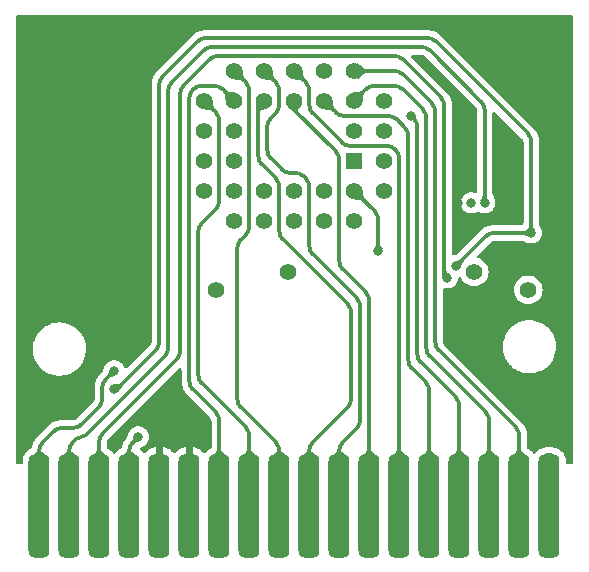
<source format=gbr>
%TF.GenerationSoftware,KiCad,Pcbnew,(6.99.0-1875-gfe1a5267a2)*%
%TF.CreationDate,2022-07-11T17:03:01+02:00*%
%TF.ProjectId,Vectorblade_PLCC32_THT_Kicad6,56656374-6f72-4626-9c61-64655f504c43,rev?*%
%TF.SameCoordinates,Original*%
%TF.FileFunction,Copper,L2,Bot*%
%TF.FilePolarity,Positive*%
%FSLAX46Y46*%
G04 Gerber Fmt 4.6, Leading zero omitted, Abs format (unit mm)*
G04 Created by KiCad (PCBNEW (6.99.0-1875-gfe1a5267a2)) date 2022-07-11 17:03:01*
%MOMM*%
%LPD*%
G01*
G04 APERTURE LIST*
G04 Aperture macros list*
%AMRoundRect*
0 Rectangle with rounded corners*
0 $1 Rounding radius*
0 $2 $3 $4 $5 $6 $7 $8 $9 X,Y pos of 4 corners*
0 Add a 4 corners polygon primitive as box body*
4,1,4,$2,$3,$4,$5,$6,$7,$8,$9,$2,$3,0*
0 Add four circle primitives for the rounded corners*
1,1,$1+$1,$2,$3*
1,1,$1+$1,$4,$5*
1,1,$1+$1,$6,$7*
1,1,$1+$1,$8,$9*
0 Add four rect primitives between the rounded corners*
20,1,$1+$1,$2,$3,$4,$5,0*
20,1,$1+$1,$4,$5,$6,$7,0*
20,1,$1+$1,$6,$7,$8,$9,0*
20,1,$1+$1,$8,$9,$2,$3,0*%
G04 Aperture macros list end*
%TA.AperFunction,ComponentPad*%
%ADD10C,1.422400*%
%TD*%
%TA.AperFunction,ComponentPad*%
%ADD11R,1.422400X1.422400*%
%TD*%
%TA.AperFunction,SMDPad,CuDef*%
%ADD12RoundRect,0.666750X-0.222250X-3.778250X0.222250X-3.778250X0.222250X3.778250X-0.222250X3.778250X0*%
%TD*%
%TA.AperFunction,ViaPad*%
%ADD13C,0.800000*%
%TD*%
%TA.AperFunction,Conductor*%
%ADD14C,0.300000*%
%TD*%
G04 APERTURE END LIST*
D10*
%TO.P,,22,CE*%
%TO.N,Net-(U1-Pad22)*%
X150876000Y-96012000D03*
%TD*%
D11*
%TO.P,U1,1,NC*%
%TO.N,unconnected-(U1-Pad1)*%
X162559999Y-85089999D03*
D10*
%TO.P,U1,2,A16*%
%TO.N,/PB6*%
X165100000Y-82550000D03*
%TO.P,U1,3,A15*%
%TO.N,/V-CE*%
X162560000Y-82550000D03*
%TO.P,U1,4,A12*%
%TO.N,/V-A12*%
X165100000Y-80010000D03*
%TO.P,U1,5,A7*%
%TO.N,/V-A7*%
X162560000Y-77470000D03*
%TO.P,U1,6,A6*%
%TO.N,/V-A6*%
X162560000Y-80010000D03*
%TO.P,U1,7,A5*%
%TO.N,/V-A5*%
X160020000Y-77470000D03*
%TO.P,U1,8,A4*%
%TO.N,/V-A4*%
X160020000Y-80010000D03*
%TO.P,U1,9,A3*%
%TO.N,/V-A3*%
X157480000Y-77470000D03*
%TO.P,U1,10,A2*%
%TO.N,/V-A2*%
X157480000Y-80010000D03*
%TO.P,U1,11,A1*%
%TO.N,/V-A1*%
X154940000Y-77470000D03*
%TO.P,U1,12,A0*%
%TO.N,/V-A0*%
X154940000Y-80010000D03*
%TO.P,U1,13,D0*%
%TO.N,/V-D0*%
X152400000Y-77470000D03*
%TO.P,U1,14,D1*%
%TO.N,/V-D1*%
X149860000Y-80010000D03*
%TO.P,U1,15,D2*%
%TO.N,/V-D2*%
X152400000Y-80010000D03*
%TO.P,U1,16,GND*%
%TO.N,GND*%
X149860000Y-82550000D03*
%TO.P,U1,17,D3*%
%TO.N,/V-D3*%
X152400000Y-82550000D03*
%TO.P,U1,18,D4*%
%TO.N,/V-D4*%
X149860000Y-85090000D03*
%TO.P,U1,19,D5*%
%TO.N,/V-D5*%
X152400000Y-85090000D03*
%TO.P,U1,20,D6*%
%TO.N,/V-D6*%
X149860000Y-87630000D03*
%TO.P,U1,21,D7*%
%TO.N,/V-D7*%
X152400000Y-90170000D03*
%TO.P,U1,22,CE*%
%TO.N,Net-(U1-Pad22)*%
X152400000Y-87630000D03*
%TO.P,U1,23,A10*%
%TO.N,/V-A10*%
X154940000Y-90170000D03*
%TO.P,U1,24,OE*%
%TO.N,Net-(U1-Pad24)*%
X154940000Y-87630000D03*
%TO.P,U1,25,A11*%
%TO.N,/V-A11*%
X157480000Y-90170000D03*
%TO.P,U1,26,A9*%
%TO.N,/V-A9*%
X157480000Y-87630000D03*
%TO.P,U1,27,A8*%
%TO.N,/V-A8*%
X160020000Y-90170000D03*
%TO.P,U1,28,A13*%
%TO.N,/V-A13*%
X160020000Y-87630000D03*
%TO.P,U1,29,A14*%
%TO.N,/V-A14*%
X162560000Y-90170000D03*
%TO.P,U1,30,A17*%
%TO.N,/IRQ*%
X165100000Y-87630000D03*
%TO.P,U1,31,PGM*%
%TO.N,/V-RW*%
X162560000Y-87630000D03*
%TO.P,U1,32,VCC*%
%TO.N,+5V*%
X165100000Y-85090000D03*
%TD*%
D12*
%TO.P,CON3,1,HALT*%
%TO.N,unconnected-(CON3-Pad1)*%
X179070000Y-114300000D03*
%TO.P,CON3,3,A7*%
%TO.N,/V-A7*%
X176530000Y-114300000D03*
%TO.P,CON3,5,A6*%
%TO.N,/V-A6*%
X173990000Y-114300000D03*
%TO.P,CON3,7,A5*%
%TO.N,/V-A5*%
X171450000Y-114300000D03*
%TO.P,CON3,9,A4*%
%TO.N,/V-A4*%
X168910000Y-114300000D03*
%TO.P,CON3,11,A3*%
%TO.N,/V-A3*%
X166370000Y-114300000D03*
%TO.P,CON3,13,A2*%
%TO.N,/V-A2*%
X163830000Y-114300000D03*
%TO.P,CON3,15,A1*%
%TO.N,/V-A1*%
X161290000Y-114300000D03*
%TO.P,CON3,17,A0*%
%TO.N,/V-A0*%
X158750000Y-114300000D03*
%TO.P,CON3,19,D0*%
%TO.N,/V-D0*%
X156210000Y-114300000D03*
%TO.P,CON3,21,D1*%
%TO.N,/V-D1*%
X153670000Y-114300000D03*
%TO.P,CON3,23,D2*%
%TO.N,/V-D2*%
X151130000Y-114300000D03*
%TO.P,CON3,25,GND*%
%TO.N,GND*%
X148590000Y-114300000D03*
%TO.P,CON3,27,GND1*%
X146050000Y-114300000D03*
%TO.P,CON3,29,A12*%
%TO.N,/V-A12*%
X143510000Y-114300000D03*
%TO.P,CON3,31,A13*%
%TO.N,/V-A13*%
X140970000Y-114300000D03*
%TO.P,CON3,33,A14*%
%TO.N,/V-A14*%
X138430000Y-114300000D03*
%TO.P,CON3,35,PB6*%
%TO.N,/PB6*%
X135890000Y-114300000D03*
%TD*%
D10*
%TO.P,,22,CE*%
%TO.N,Net-(U1-Pad22)*%
X177292000Y-96012000D03*
%TD*%
%TO.P,,24,OE*%
%TO.N,Net-(U1-Pad24)*%
X156972000Y-94488000D03*
%TD*%
%TO.P,,24,OE*%
%TO.N,Net-(U1-Pad24)*%
X172720000Y-94488000D03*
%TD*%
D13*
%TO.N,GND*%
X135890000Y-104775000D03*
X175260000Y-82804000D03*
X146050000Y-107188000D03*
X171323000Y-88667977D03*
X147320000Y-105918000D03*
X144780000Y-97536000D03*
X135890000Y-97155000D03*
X177546000Y-94234000D03*
X168656000Y-76962000D03*
X147320000Y-108458000D03*
X144780000Y-94742000D03*
X135890000Y-74930000D03*
X144780000Y-85852000D03*
X171958000Y-81026000D03*
X178816000Y-86995000D03*
X179070000Y-97155000D03*
X179070000Y-74930000D03*
X146050000Y-108458000D03*
X144780000Y-91694000D03*
X171958000Y-83058000D03*
X176403000Y-94234000D03*
X147320000Y-107188000D03*
X176403000Y-86995000D03*
X144780000Y-88900000D03*
X146050000Y-105918000D03*
X144780000Y-100330000D03*
X179070000Y-104775000D03*
%TO.N,/V-A5*%
X167386000Y-81280000D03*
%TO.N,/V-CE*%
X172466000Y-88646000D03*
%TO.N,/V-A12*%
X144272000Y-108458000D03*
%TO.N,/V-A13*%
X170434000Y-94996000D03*
%TO.N,/V-A14*%
X173609000Y-88630536D03*
%TO.N,/V-RW*%
X177546000Y-91186000D03*
X171196000Y-93980000D03*
X164592000Y-92710000D03*
X142240000Y-104394000D03*
%TO.N,/PB6*%
X142240000Y-102870000D03*
%TD*%
D14*
%TO.N,/V-A0*%
X154432000Y-80518000D02*
X154940000Y-80010000D01*
X154432000Y-84675786D02*
X154432000Y-80518000D01*
X155917107Y-86575107D02*
X154724893Y-85382893D01*
X156210000Y-91025786D02*
X156210000Y-87282214D01*
X162013107Y-97243107D02*
X156502893Y-91732893D01*
X162306000Y-105249786D02*
X162306000Y-97950214D01*
X159042893Y-108927107D02*
X162013107Y-105956893D01*
X158750000Y-114300000D02*
X158750000Y-109634214D01*
X154432010Y-84675786D02*
G75*
G03*
X154724893Y-85382893I999990J-14D01*
G01*
X156209990Y-87282214D02*
G75*
G03*
X155917107Y-86575107I-999990J14D01*
G01*
X162013114Y-105956900D02*
G75*
G03*
X162306000Y-105249786I-707114J707100D01*
G01*
X156210010Y-91025786D02*
G75*
G03*
X156502893Y-91732893I999990J-14D01*
G01*
X159042886Y-108927100D02*
G75*
G03*
X158750000Y-109634214I707114J-707100D01*
G01*
X162305990Y-97950214D02*
G75*
G03*
X162013107Y-97243107I-999990J14D01*
G01*
%TO.N,/V-A2*%
X157480000Y-80772000D02*
X157480000Y-80010000D01*
X160997107Y-84289107D02*
X157480000Y-80772000D01*
X161290000Y-93565786D02*
X161290000Y-84996214D01*
X163537107Y-96227107D02*
X161582893Y-94272893D01*
X161289990Y-84996214D02*
G75*
G03*
X160997107Y-84289107I-999990J14D01*
G01*
X161290010Y-93565786D02*
G75*
G03*
X161582893Y-94272893I999990J-14D01*
G01*
X163830000Y-114300000D02*
X163830000Y-96934214D01*
X163829990Y-96934214D02*
G75*
G03*
X163537107Y-96227107I-999990J14D01*
G01*
%TO.N,/V-A7*%
X169125107Y-80225107D02*
X166662893Y-77762893D01*
X169418000Y-99153765D02*
X169418000Y-80932214D01*
X169710893Y-101130893D02*
X176237107Y-107657107D01*
X165955786Y-77470000D02*
X162560000Y-77470000D01*
X169418000Y-99060000D02*
X169418000Y-100423786D01*
X176530000Y-108364214D02*
X176530000Y-114300000D01*
X169418010Y-100423786D02*
G75*
G03*
X169710893Y-101130893I999990J-14D01*
G01*
X176529990Y-108364214D02*
G75*
G03*
X176237107Y-107657107I-999990J14D01*
G01*
X166662900Y-77762886D02*
G75*
G03*
X165955786Y-77470000I-707100J-707114D01*
G01*
X169417990Y-80932214D02*
G75*
G03*
X169125107Y-80225107I-999990J14D01*
G01*
%TO.N,/V-A6*%
X168656000Y-100931786D02*
X168656000Y-81440214D01*
X163537107Y-79032893D02*
X162560000Y-80010000D01*
X165955786Y-78740000D02*
X164244214Y-78740000D01*
X168363107Y-80733107D02*
X166662893Y-79032893D01*
X173697107Y-106387107D02*
X168948893Y-101638893D01*
X173990000Y-114300000D02*
X173990000Y-107094214D01*
X166662900Y-79032886D02*
G75*
G03*
X165955786Y-78740000I-707100J-707114D01*
G01*
X173989990Y-107094214D02*
G75*
G03*
X173697107Y-106387107I-999990J14D01*
G01*
X168655990Y-81440214D02*
G75*
G03*
X168363107Y-80733107I-999990J14D01*
G01*
X168656010Y-100931786D02*
G75*
G03*
X168948893Y-101638893I999990J-14D01*
G01*
X164244214Y-78740010D02*
G75*
G03*
X163537107Y-79032893I-14J-999990D01*
G01*
%TO.N,/V-A5*%
X171450000Y-105824214D02*
X171450000Y-114300000D01*
X167386000Y-81280000D02*
X167601107Y-81495107D01*
X167894000Y-82202214D02*
X167894000Y-101439786D01*
X168186893Y-102146893D02*
X171157107Y-105117107D01*
X167893990Y-82202214D02*
G75*
G03*
X167601107Y-81495107I-999990J14D01*
G01*
X171449990Y-105824214D02*
G75*
G03*
X171157107Y-105117107I-999990J14D01*
G01*
X167894010Y-101439786D02*
G75*
G03*
X168186893Y-102146893I999990J-14D01*
G01*
%TO.N,/V-A4*%
X160997107Y-80987107D02*
X160020000Y-80010000D01*
X168910000Y-114300000D02*
X168910000Y-104554214D01*
X167132000Y-101947786D02*
X167132000Y-82976177D01*
X168617107Y-103847107D02*
X167424893Y-102654893D01*
X166839107Y-82269070D02*
X166142930Y-81572893D01*
X165435823Y-81280000D02*
X161704214Y-81280000D01*
X168909990Y-104554214D02*
G75*
G03*
X168617107Y-103847107I-999990J14D01*
G01*
X160997100Y-80987114D02*
G75*
G03*
X161704214Y-81280000I707100J707114D01*
G01*
X167132010Y-101947786D02*
G75*
G03*
X167424893Y-102654893I999990J-14D01*
G01*
X167132016Y-82976177D02*
G75*
G03*
X166839107Y-82269070I-1000016J-23D01*
G01*
X166142918Y-81572905D02*
G75*
G03*
X165435823Y-81280000I-707118J-707095D01*
G01*
%TO.N,/V-A3*%
X158457107Y-78447107D02*
X157480000Y-77470000D01*
X161505107Y-83527107D02*
X159042893Y-81064893D01*
X165320786Y-83820000D02*
X162212214Y-83820000D01*
X166077107Y-84162107D02*
X166027893Y-84112893D01*
X158750000Y-80357786D02*
X158750000Y-79154214D01*
X166370000Y-114300000D02*
X166370000Y-84869214D01*
X158749990Y-79154214D02*
G75*
G03*
X158457107Y-78447107I-999990J14D01*
G01*
X166027900Y-84112886D02*
G75*
G03*
X165320786Y-83820000I-707100J-707114D01*
G01*
X161505100Y-83527114D02*
G75*
G03*
X162212214Y-83820000I707100J707114D01*
G01*
X158750010Y-80357786D02*
G75*
G03*
X159042893Y-81064893I999990J-14D01*
G01*
X166369990Y-84869214D02*
G75*
G03*
X166077107Y-84162107I-999990J14D01*
G01*
%TO.N,/V-A1*%
X161290000Y-114300000D02*
X161290000Y-109634214D01*
X155194000Y-84167786D02*
X155194000Y-82202214D01*
X161582893Y-108927107D02*
X162775107Y-107734893D01*
X157573786Y-86106000D02*
X157132214Y-86106000D01*
X158457107Y-86575107D02*
X158280893Y-86398893D01*
X158750000Y-92295786D02*
X158750000Y-87282214D01*
X162775107Y-96735107D02*
X159042893Y-93002893D01*
X155486893Y-81495107D02*
X155917107Y-81064893D01*
X163068000Y-107027786D02*
X163068000Y-97442214D01*
X156425107Y-85813107D02*
X155486893Y-84874893D01*
X155917107Y-78447107D02*
X154940000Y-77470000D01*
X156210000Y-80357786D02*
X156210000Y-79154214D01*
X155486886Y-81495100D02*
G75*
G03*
X155194000Y-82202214I707114J-707100D01*
G01*
X163067990Y-97442214D02*
G75*
G03*
X162775107Y-96735107I-999990J14D01*
G01*
X158750010Y-92295786D02*
G75*
G03*
X159042893Y-93002893I999990J-14D01*
G01*
X161582886Y-108927100D02*
G75*
G03*
X161290000Y-109634214I707114J-707100D01*
G01*
X158749990Y-87282214D02*
G75*
G03*
X158457107Y-86575107I-999990J14D01*
G01*
X155194010Y-84167786D02*
G75*
G03*
X155486893Y-84874893I999990J-14D01*
G01*
X156209990Y-79154214D02*
G75*
G03*
X155917107Y-78447107I-999990J14D01*
G01*
X156425100Y-85813114D02*
G75*
G03*
X157132214Y-86106000I707100J707114D01*
G01*
X162775114Y-107734900D02*
G75*
G03*
X163068000Y-107027786I-707114J707100D01*
G01*
X155917114Y-81064900D02*
G75*
G03*
X156210000Y-80357786I-707114J707100D01*
G01*
X158280900Y-86398886D02*
G75*
G03*
X157573786Y-86106000I-707100J-707114D01*
G01*
%TO.N,/V-D0*%
X153670000Y-90632822D02*
X153670000Y-79154214D01*
X153377107Y-78447107D02*
X152400000Y-77470000D01*
X152946893Y-91770143D02*
X153377107Y-91339929D01*
X152654000Y-105249786D02*
X152654000Y-92477250D01*
X156210000Y-114300000D02*
X156210000Y-109634214D01*
X155917107Y-108927107D02*
X152946893Y-105956893D01*
X156209990Y-109634214D02*
G75*
G03*
X155917107Y-108927107I-999990J14D01*
G01*
X152654010Y-105249786D02*
G75*
G03*
X152946893Y-105956893I999990J-14D01*
G01*
X153669990Y-79154214D02*
G75*
G03*
X153377107Y-78447107I-999990J14D01*
G01*
X153377096Y-91339918D02*
G75*
G03*
X153670000Y-90632822I-707096J707118D01*
G01*
X152946868Y-91770118D02*
G75*
G03*
X152654000Y-92477250I707132J-707082D01*
G01*
%TO.N,/V-D1*%
X149352000Y-103217786D02*
X149352000Y-91092214D01*
X153670000Y-114300000D02*
X153670000Y-108364214D01*
X151130000Y-88485786D02*
X151130000Y-81694214D01*
X150837107Y-80987107D02*
X149860000Y-80010000D01*
X153377107Y-107657107D02*
X149644893Y-103924893D01*
X149644893Y-90385107D02*
X150837107Y-89192893D01*
X151129990Y-81694214D02*
G75*
G03*
X150837107Y-80987107I-999990J14D01*
G01*
X149352010Y-103217786D02*
G75*
G03*
X149644893Y-103924893I999990J-14D01*
G01*
X153669990Y-108364214D02*
G75*
G03*
X153377107Y-107657107I-999990J14D01*
G01*
X149644886Y-90385100D02*
G75*
G03*
X149352000Y-91092214I707114J-707100D01*
G01*
X150837114Y-89192900D02*
G75*
G03*
X151130000Y-88485786I-707114J707100D01*
G01*
%TO.N,/V-D2*%
X148882893Y-79082107D02*
X148932107Y-79032893D01*
X151422893Y-79032893D02*
X152400000Y-80010000D01*
X151130000Y-114300000D02*
X151130000Y-107094214D01*
X150837107Y-106387107D02*
X148882893Y-104432893D01*
X148590000Y-103725786D02*
X148590000Y-79789214D01*
X149639214Y-78740000D02*
X150715786Y-78740000D01*
X148882886Y-79082100D02*
G75*
G03*
X148590000Y-79789214I707114J-707100D01*
G01*
X151422900Y-79032886D02*
G75*
G03*
X150715786Y-78740000I-707100J-707114D01*
G01*
X149639214Y-78740010D02*
G75*
G03*
X148932107Y-79032893I-14J-999990D01*
G01*
X148590010Y-103725786D02*
G75*
G03*
X148882893Y-104432893I999990J-14D01*
G01*
X151129990Y-107094214D02*
G75*
G03*
X150837107Y-106387107I-999990J14D01*
G01*
%TO.N,/V-A12*%
X143510000Y-109634214D02*
X143510000Y-114300000D01*
X144272000Y-108458000D02*
X143802893Y-108927107D01*
X143802886Y-108927100D02*
G75*
G03*
X143510000Y-109634214I707114J-707100D01*
G01*
%TO.N,/V-A13*%
X147828000Y-79408214D02*
X147828000Y-101185786D01*
X165955786Y-76200000D02*
X151036214Y-76200000D01*
X150329107Y-76492893D02*
X148120893Y-78701107D01*
X169887107Y-79717107D02*
X166662893Y-76492893D01*
X170180000Y-94488000D02*
X170180000Y-80424214D01*
X170434000Y-94996000D02*
X170434000Y-94742000D01*
X170434000Y-94742000D02*
X170180000Y-94488000D01*
X140970000Y-108872214D02*
X140970000Y-114300000D01*
X147535107Y-101892893D02*
X141262893Y-108165107D01*
X151036214Y-76200010D02*
G75*
G03*
X150329107Y-76492893I-14J-999990D01*
G01*
X166662900Y-76492886D02*
G75*
G03*
X165955786Y-76200000I-707100J-707114D01*
G01*
X141262886Y-108165100D02*
G75*
G03*
X140970000Y-108872214I707114J-707100D01*
G01*
X170179990Y-80424214D02*
G75*
G03*
X169887107Y-79717107I-999990J14D01*
G01*
X148120886Y-78701100D02*
G75*
G03*
X147828000Y-79408214I707114J-707100D01*
G01*
X147535114Y-101892900D02*
G75*
G03*
X147828000Y-101185786I-707114J707100D01*
G01*
%TO.N,/V-A14*%
X146812000Y-79154214D02*
X146812000Y-100931786D01*
X173316107Y-80098107D02*
X168948893Y-75730893D01*
X168241786Y-75438000D02*
X150528214Y-75438000D01*
X146519107Y-101638893D02*
X139876147Y-108281853D01*
X138430000Y-109634214D02*
X138430000Y-114300000D01*
X149821107Y-75730893D02*
X147104893Y-78447107D01*
X173609000Y-88630536D02*
X173609000Y-80805214D01*
X139008962Y-108641038D02*
X138722893Y-108927107D01*
X146519114Y-101638900D02*
G75*
G03*
X146812000Y-100931786I-707114J707100D01*
G01*
X173608990Y-80805214D02*
G75*
G03*
X173316107Y-80098107I-999990J14D01*
G01*
X139450854Y-108457994D02*
G75*
G03*
X139876147Y-108281853I46J601394D01*
G01*
X150528214Y-75438010D02*
G75*
G03*
X149821107Y-75730893I-14J-999990D01*
G01*
X168948900Y-75730886D02*
G75*
G03*
X168241786Y-75438000I-707100J-707114D01*
G01*
X138722886Y-108927100D02*
G75*
G03*
X138430000Y-109634214I707114J-707100D01*
G01*
X147104886Y-78447100D02*
G75*
G03*
X146812000Y-79154214I707114J-707100D01*
G01*
X139450854Y-108457960D02*
G75*
G03*
X139008963Y-108641039I46J-624940D01*
G01*
%TO.N,/V-RW*%
X146050000Y-100423786D02*
X146050000Y-78646214D01*
X173697107Y-91478893D02*
X171196000Y-93980000D01*
X164299107Y-89369107D02*
X162560000Y-87630000D01*
X177546000Y-91186000D02*
X174404214Y-91186000D01*
X169456893Y-74968893D02*
X177253107Y-82765107D01*
X150020214Y-74676000D02*
X168749786Y-74676000D01*
X177546000Y-83472214D02*
X177546000Y-91186000D01*
X142240000Y-104394000D02*
X142494000Y-104394000D01*
X142494000Y-104394000D02*
X145757107Y-101130893D01*
X164592000Y-92710000D02*
X164592000Y-90076214D01*
X146342893Y-77939107D02*
X149313107Y-74968893D01*
X169456900Y-74968886D02*
G75*
G03*
X168749786Y-74676000I-707100J-707114D01*
G01*
X146342886Y-77939100D02*
G75*
G03*
X146050000Y-78646214I707114J-707100D01*
G01*
X164591990Y-90076214D02*
G75*
G03*
X164299107Y-89369107I-999990J14D01*
G01*
X174404214Y-91186010D02*
G75*
G03*
X173697107Y-91478893I-14J-999990D01*
G01*
X150020214Y-74676010D02*
G75*
G03*
X149313107Y-74968893I-14J-999990D01*
G01*
X145757114Y-101130900D02*
G75*
G03*
X146050000Y-100423786I-707114J707100D01*
G01*
X177545990Y-83472214D02*
G75*
G03*
X177253107Y-82765107I-999990J14D01*
G01*
%TO.N,/PB6*%
X138777786Y-107696000D02*
X137828214Y-107696000D01*
X137121107Y-107988893D02*
X136182893Y-108927107D01*
X142240000Y-102870000D02*
X141516893Y-103593107D01*
X141224000Y-104300214D02*
X141224000Y-105249786D01*
X135890000Y-109634214D02*
X135890000Y-114300000D01*
X140931107Y-105956893D02*
X139484893Y-107403107D01*
X138777786Y-107695990D02*
G75*
G03*
X139484893Y-107403107I14J999990D01*
G01*
X136182886Y-108927100D02*
G75*
G03*
X135890000Y-109634214I707114J-707100D01*
G01*
X141516886Y-103593100D02*
G75*
G03*
X141224000Y-104300214I707114J-707100D01*
G01*
X140931114Y-105956900D02*
G75*
G03*
X141224000Y-105249786I-707114J707100D01*
G01*
X137828214Y-107696010D02*
G75*
G03*
X137121107Y-107988893I-14J-999990D01*
G01*
%TD*%
%TA.AperFunction,Conductor*%
%TO.N,GND*%
G36*
X147895859Y-102662805D02*
G01*
X147934423Y-102729600D01*
X147939500Y-102768164D01*
X147939500Y-103766711D01*
X147939507Y-103766761D01*
X147939510Y-103766866D01*
X147939509Y-103833956D01*
X147967747Y-104048464D01*
X148023742Y-104257452D01*
X148106536Y-104457342D01*
X148108970Y-104461558D01*
X148108971Y-104461560D01*
X148121464Y-104483199D01*
X148214713Y-104644715D01*
X148346422Y-104816366D01*
X148364809Y-104834754D01*
X148364812Y-104834758D01*
X150370220Y-106840166D01*
X150383071Y-106854820D01*
X150420726Y-106903893D01*
X150440175Y-106937581D01*
X150460076Y-106985629D01*
X150470143Y-107023199D01*
X150473561Y-107049167D01*
X150476964Y-107075011D01*
X150478226Y-107084601D01*
X150479500Y-107104048D01*
X150479499Y-107167499D01*
X150479500Y-107167503D01*
X150479500Y-109320796D01*
X150459538Y-109395296D01*
X150441372Y-109420337D01*
X150416108Y-109448477D01*
X150365421Y-109485240D01*
X150337327Y-109497645D01*
X150331648Y-109501535D01*
X150331643Y-109501538D01*
X150185405Y-109601714D01*
X150158861Y-109619897D01*
X150125906Y-109652852D01*
X150115354Y-109662039D01*
X150115475Y-109662180D01*
X150112104Y-109665061D01*
X150112079Y-109665083D01*
X150111252Y-109665790D01*
X150088282Y-109686681D01*
X150081455Y-109695491D01*
X150080981Y-109696103D01*
X150068563Y-109710195D01*
X150005897Y-109772861D01*
X150002006Y-109778541D01*
X150002002Y-109778546D01*
X149987469Y-109799762D01*
X149928898Y-109849942D01*
X149853083Y-109864114D01*
X149780339Y-109838480D01*
X149741620Y-109799761D01*
X149723790Y-109773732D01*
X149715026Y-109763178D01*
X149570822Y-109618974D01*
X149560268Y-109610210D01*
X149392022Y-109494958D01*
X149380033Y-109488281D01*
X149193478Y-109405909D01*
X149180467Y-109401548D01*
X148981110Y-109354660D01*
X148969235Y-109352864D01*
X148909570Y-109348722D01*
X148893849Y-109351786D01*
X148890000Y-109362983D01*
X148890000Y-110744000D01*
X148290000Y-110744000D01*
X148290000Y-109366980D01*
X148285855Y-109351509D01*
X148274420Y-109348445D01*
X148210765Y-109352864D01*
X148198890Y-109354660D01*
X147999533Y-109401548D01*
X147986522Y-109405909D01*
X147799967Y-109488281D01*
X147787978Y-109494958D01*
X147619732Y-109610210D01*
X147609178Y-109618974D01*
X147464974Y-109763178D01*
X147456210Y-109773732D01*
X147442925Y-109793126D01*
X147384354Y-109843307D01*
X147308539Y-109857480D01*
X147235795Y-109831846D01*
X147197075Y-109793126D01*
X147183790Y-109773732D01*
X147175026Y-109763178D01*
X147030822Y-109618974D01*
X147020268Y-109610210D01*
X146852022Y-109494958D01*
X146840033Y-109488281D01*
X146653478Y-109405909D01*
X146640467Y-109401548D01*
X146441110Y-109354660D01*
X146429235Y-109352864D01*
X146369570Y-109348722D01*
X146353849Y-109351786D01*
X146350000Y-109362983D01*
X146350000Y-110744000D01*
X145750000Y-110744000D01*
X145750000Y-109366980D01*
X145745855Y-109351509D01*
X145734420Y-109348445D01*
X145670765Y-109352864D01*
X145658890Y-109354660D01*
X145459533Y-109401548D01*
X145446522Y-109405909D01*
X145259967Y-109488281D01*
X145247978Y-109494958D01*
X145079732Y-109610210D01*
X145069178Y-109618974D01*
X144924974Y-109763178D01*
X144916210Y-109773732D01*
X144898380Y-109799761D01*
X144839809Y-109849942D01*
X144763994Y-109864115D01*
X144691250Y-109838481D01*
X144652531Y-109799762D01*
X144637998Y-109778546D01*
X144637994Y-109778541D01*
X144634103Y-109772861D01*
X144563192Y-109701950D01*
X144557464Y-109695491D01*
X144557337Y-109695606D01*
X144553756Y-109691660D01*
X144550474Y-109687480D01*
X144545777Y-109682994D01*
X144545460Y-109682691D01*
X144545453Y-109682685D01*
X144543999Y-109681296D01*
X144538067Y-109676209D01*
X144529716Y-109668474D01*
X144481139Y-109619897D01*
X144466998Y-109610210D01*
X144454596Y-109601714D01*
X144404415Y-109543142D01*
X144390244Y-109467327D01*
X144415878Y-109394584D01*
X144474450Y-109344403D01*
X144492746Y-109337087D01*
X144533233Y-109323928D01*
X144540134Y-109322078D01*
X144544168Y-109320767D01*
X144551803Y-109319144D01*
X144558933Y-109315970D01*
X144560788Y-109315367D01*
X144564694Y-109313785D01*
X144566746Y-109313035D01*
X144569314Y-109312200D01*
X144571809Y-109311184D01*
X144571819Y-109311180D01*
X144594638Y-109301884D01*
X144637212Y-109284542D01*
X144643831Y-109279992D01*
X144650896Y-109276183D01*
X144651033Y-109276437D01*
X144663864Y-109269251D01*
X144717597Y-109245327D01*
X144717598Y-109245327D01*
X144724730Y-109242151D01*
X144847709Y-109152802D01*
X144871551Y-109135480D01*
X144871553Y-109135479D01*
X144877871Y-109130888D01*
X144939711Y-109062208D01*
X144999307Y-108996021D01*
X144999311Y-108996016D01*
X145004533Y-108990216D01*
X145035114Y-108937249D01*
X145052485Y-108907161D01*
X145099179Y-108826284D01*
X145157674Y-108646256D01*
X145159081Y-108632874D01*
X145176644Y-108465764D01*
X145177460Y-108458000D01*
X145175305Y-108437499D01*
X145158491Y-108277514D01*
X145158490Y-108277511D01*
X145157674Y-108269744D01*
X145099179Y-108089716D01*
X145004533Y-107925784D01*
X144999311Y-107919984D01*
X144999307Y-107919979D01*
X144916523Y-107828039D01*
X144877871Y-107785112D01*
X144724730Y-107673849D01*
X144551803Y-107596856D01*
X144544167Y-107595233D01*
X144544164Y-107595232D01*
X144374287Y-107559124D01*
X144374286Y-107559124D01*
X144366646Y-107557500D01*
X144177354Y-107557500D01*
X144169714Y-107559124D01*
X144169713Y-107559124D01*
X143999836Y-107595232D01*
X143999833Y-107595233D01*
X143992197Y-107596856D01*
X143819270Y-107673849D01*
X143666129Y-107785112D01*
X143627477Y-107828039D01*
X143544693Y-107919979D01*
X143544689Y-107919984D01*
X143539467Y-107925784D01*
X143444821Y-108089716D01*
X143442409Y-108097140D01*
X143432773Y-108126795D01*
X143424772Y-108146504D01*
X143417802Y-108160678D01*
X143416159Y-108165734D01*
X143416157Y-108165738D01*
X143381050Y-108273750D01*
X143378605Y-108281272D01*
X143378260Y-108282471D01*
X143378258Y-108282478D01*
X143375175Y-108293199D01*
X143369053Y-108314482D01*
X143368663Y-108316036D01*
X143361382Y-108349931D01*
X143361163Y-108351151D01*
X143361151Y-108351214D01*
X143349169Y-108418089D01*
X143317217Y-108486900D01*
X143315200Y-108489333D01*
X143315183Y-108489354D01*
X143314471Y-108490213D01*
X143313792Y-108491084D01*
X143313773Y-108491108D01*
X143301217Y-108507222D01*
X143289046Y-108520997D01*
X143266415Y-108543628D01*
X143263445Y-108547498D01*
X143263442Y-108547502D01*
X143203881Y-108625125D01*
X143134705Y-108715279D01*
X143026527Y-108902654D01*
X143024660Y-108907161D01*
X143024659Y-108907164D01*
X142960440Y-109062208D01*
X142943732Y-109102545D01*
X142887737Y-109311534D01*
X142883171Y-109346216D01*
X142853658Y-109417470D01*
X142795632Y-109463070D01*
X142717327Y-109497645D01*
X142711648Y-109501535D01*
X142711643Y-109501538D01*
X142565405Y-109601714D01*
X142538861Y-109619897D01*
X142492648Y-109666110D01*
X142484812Y-109673402D01*
X142468429Y-109687585D01*
X142463906Y-109693422D01*
X142462251Y-109695169D01*
X142452328Y-109706430D01*
X142385897Y-109772861D01*
X142382004Y-109778544D01*
X142362925Y-109806396D01*
X142304353Y-109856577D01*
X142228538Y-109870750D01*
X142155795Y-109845116D01*
X142117075Y-109806396D01*
X142097996Y-109778544D01*
X142094103Y-109772861D01*
X142051066Y-109729824D01*
X142043468Y-109721634D01*
X142042763Y-109720815D01*
X142039282Y-109716768D01*
X142037925Y-109715351D01*
X142037911Y-109715336D01*
X142011326Y-109687585D01*
X142001861Y-109677704D01*
X141995859Y-109673504D01*
X141992400Y-109670539D01*
X141984018Y-109662776D01*
X141941139Y-109619897D01*
X141914595Y-109601714D01*
X141768352Y-109501535D01*
X141768350Y-109501534D01*
X141762673Y-109497645D01*
X141734578Y-109485240D01*
X141683890Y-109448477D01*
X141658625Y-109420336D01*
X141623711Y-109351567D01*
X141620500Y-109320799D01*
X141620500Y-108945503D01*
X141620501Y-108945499D01*
X141620500Y-108881973D01*
X141621774Y-108862526D01*
X141626545Y-108826284D01*
X141629848Y-108801190D01*
X141639913Y-108763627D01*
X141659817Y-108715572D01*
X141679264Y-108681890D01*
X141716875Y-108632874D01*
X141729726Y-108618220D01*
X147685141Y-102662805D01*
X147751936Y-102624241D01*
X147829064Y-102624241D01*
X147895859Y-102662805D01*
G37*
%TD.AperFunction*%
%TA.AperFunction,Conductor*%
G36*
X181013000Y-72756062D02*
G01*
X181067538Y-72810600D01*
X181087500Y-72885100D01*
X181087500Y-110595000D01*
X181067538Y-110669500D01*
X181013000Y-110724038D01*
X180938500Y-110744000D01*
X180608500Y-110744000D01*
X180534000Y-110724038D01*
X180479462Y-110669500D01*
X180459500Y-110595000D01*
X180459500Y-110449698D01*
X180453260Y-110359796D01*
X180403732Y-110149219D01*
X180316355Y-109951327D01*
X180312465Y-109945648D01*
X180312462Y-109945643D01*
X180197996Y-109778544D01*
X180194103Y-109772861D01*
X180041139Y-109619897D01*
X180014595Y-109601714D01*
X179868357Y-109501538D01*
X179868352Y-109501535D01*
X179862673Y-109497645D01*
X179856376Y-109494864D01*
X179856373Y-109494863D01*
X179784372Y-109463072D01*
X179664781Y-109410268D01*
X179658082Y-109408692D01*
X179658078Y-109408691D01*
X179460076Y-109362121D01*
X179460075Y-109362121D01*
X179454204Y-109360740D01*
X179448188Y-109360322D01*
X179448185Y-109360322D01*
X179419187Y-109358309D01*
X179364302Y-109354500D01*
X178775698Y-109354500D01*
X178720813Y-109358309D01*
X178691815Y-109360322D01*
X178691812Y-109360322D01*
X178685796Y-109360740D01*
X178679925Y-109362121D01*
X178679924Y-109362121D01*
X178481922Y-109408691D01*
X178481918Y-109408692D01*
X178475219Y-109410268D01*
X178355628Y-109463072D01*
X178283627Y-109494863D01*
X178283624Y-109494864D01*
X178277327Y-109497645D01*
X178271648Y-109501535D01*
X178271643Y-109501538D01*
X178125405Y-109601714D01*
X178098861Y-109619897D01*
X177945897Y-109772861D01*
X177942004Y-109778544D01*
X177922925Y-109806396D01*
X177864353Y-109856577D01*
X177788538Y-109870750D01*
X177715795Y-109845116D01*
X177677075Y-109806396D01*
X177657996Y-109778544D01*
X177654103Y-109772861D01*
X177611066Y-109729824D01*
X177603468Y-109721634D01*
X177602763Y-109720815D01*
X177599282Y-109716768D01*
X177597925Y-109715351D01*
X177597911Y-109715336D01*
X177571326Y-109687585D01*
X177561861Y-109677704D01*
X177555859Y-109673504D01*
X177552400Y-109670539D01*
X177544018Y-109662776D01*
X177501139Y-109619897D01*
X177474595Y-109601714D01*
X177328352Y-109501535D01*
X177328350Y-109501534D01*
X177322673Y-109497645D01*
X177294578Y-109485240D01*
X177243890Y-109448477D01*
X177218625Y-109420336D01*
X177183711Y-109351567D01*
X177180500Y-109320799D01*
X177180500Y-108323289D01*
X177180493Y-108323239D01*
X177180490Y-108323134D01*
X177180491Y-108260914D01*
X177180491Y-108256044D01*
X177152253Y-108041536D01*
X177096258Y-107832548D01*
X177013464Y-107632658D01*
X176994629Y-107600033D01*
X176920031Y-107470823D01*
X176905287Y-107445285D01*
X176773578Y-107273634D01*
X176755191Y-107255246D01*
X176755188Y-107255242D01*
X170400915Y-100900969D01*
X175143723Y-100900969D01*
X175173882Y-101200762D01*
X175243731Y-101493861D01*
X175245519Y-101498503D01*
X175245521Y-101498510D01*
X175325753Y-101706826D01*
X175352023Y-101775034D01*
X175496825Y-102039265D01*
X175617406Y-102202919D01*
X175647144Y-102243279D01*
X175675554Y-102281838D01*
X175679010Y-102285412D01*
X175679013Y-102285415D01*
X175750505Y-102359337D01*
X175885020Y-102498424D01*
X175888928Y-102501510D01*
X176117162Y-102681744D01*
X176121485Y-102685158D01*
X176158456Y-102707056D01*
X176312949Y-102798562D01*
X176380730Y-102838709D01*
X176385305Y-102840649D01*
X176385307Y-102840650D01*
X176564535Y-102916649D01*
X176658128Y-102956336D01*
X176948729Y-103035940D01*
X176953665Y-103036604D01*
X176953666Y-103036604D01*
X177242422Y-103075438D01*
X177242427Y-103075438D01*
X177247347Y-103076100D01*
X177473244Y-103076100D01*
X177475732Y-103075933D01*
X177475745Y-103075933D01*
X177574985Y-103069289D01*
X177698634Y-103061012D01*
X177703519Y-103060019D01*
X177703527Y-103060018D01*
X177904431Y-103019182D01*
X177993903Y-103000996D01*
X178278537Y-102902160D01*
X178547459Y-102766268D01*
X178795869Y-102595744D01*
X178802405Y-102589833D01*
X178848118Y-102548487D01*
X179019333Y-102393632D01*
X179071458Y-102331979D01*
X179210647Y-102167345D01*
X179213865Y-102163539D01*
X179216544Y-102159342D01*
X179216548Y-102159337D01*
X179373314Y-101913766D01*
X179375993Y-101909570D01*
X179502823Y-101636258D01*
X179592093Y-101348479D01*
X179642209Y-101051370D01*
X179647404Y-100895990D01*
X179652111Y-100755209D01*
X179652111Y-100755203D01*
X179652277Y-100750231D01*
X179622118Y-100450438D01*
X179552269Y-100157339D01*
X179550481Y-100152697D01*
X179550479Y-100152690D01*
X179445766Y-99880810D01*
X179445764Y-99880805D01*
X179443977Y-99876166D01*
X179299175Y-99611935D01*
X179120446Y-99369362D01*
X179104406Y-99352776D01*
X178923810Y-99166042D01*
X178910980Y-99152776D01*
X178736542Y-99015024D01*
X178678422Y-98969127D01*
X178678419Y-98969125D01*
X178674515Y-98966042D01*
X178415270Y-98812491D01*
X178410693Y-98810550D01*
X178142457Y-98696808D01*
X178142454Y-98696807D01*
X178137872Y-98694864D01*
X177847271Y-98615260D01*
X177842334Y-98614596D01*
X177553578Y-98575762D01*
X177553573Y-98575762D01*
X177548653Y-98575100D01*
X177322756Y-98575100D01*
X177320268Y-98575267D01*
X177320255Y-98575267D01*
X177221015Y-98581911D01*
X177097366Y-98590188D01*
X177092481Y-98591181D01*
X177092473Y-98591182D01*
X176967536Y-98616577D01*
X176802097Y-98650204D01*
X176517463Y-98749040D01*
X176248541Y-98884932D01*
X176000131Y-99055456D01*
X175776667Y-99257568D01*
X175582135Y-99487661D01*
X175579456Y-99491858D01*
X175579452Y-99491863D01*
X175505364Y-99607921D01*
X175420007Y-99741630D01*
X175293177Y-100014942D01*
X175203907Y-100302721D01*
X175203078Y-100307633D01*
X175203078Y-100307635D01*
X175195847Y-100350504D01*
X175153791Y-100599830D01*
X175151675Y-100663126D01*
X175147269Y-100794917D01*
X175143723Y-100900969D01*
X170400915Y-100900969D01*
X170177780Y-100677834D01*
X170164929Y-100663180D01*
X170151433Y-100645592D01*
X170127273Y-100614105D01*
X170107825Y-100580419D01*
X170087924Y-100532371D01*
X170077857Y-100494800D01*
X170069774Y-100433397D01*
X170068500Y-100413951D01*
X170068500Y-100393458D01*
X170068501Y-100350511D01*
X170068501Y-100350501D01*
X170068500Y-100350497D01*
X170068500Y-96022928D01*
X170071428Y-96012000D01*
X176075672Y-96012000D01*
X176076239Y-96018481D01*
X176092747Y-96207161D01*
X176094151Y-96223213D01*
X176095832Y-96229487D01*
X176095833Y-96229492D01*
X176142204Y-96402548D01*
X176149026Y-96428009D01*
X176238629Y-96620164D01*
X176242360Y-96625492D01*
X176242362Y-96625496D01*
X176313523Y-96727124D01*
X176360239Y-96793841D01*
X176510159Y-96943761D01*
X176576876Y-96990477D01*
X176678504Y-97061638D01*
X176678508Y-97061640D01*
X176683836Y-97065371D01*
X176875991Y-97154974D01*
X176882272Y-97156657D01*
X177074508Y-97208167D01*
X177074513Y-97208168D01*
X177080787Y-97209849D01*
X177087258Y-97210415D01*
X177087263Y-97210416D01*
X177285519Y-97227761D01*
X177292000Y-97228328D01*
X177298481Y-97227761D01*
X177496737Y-97210416D01*
X177496742Y-97210415D01*
X177503213Y-97209849D01*
X177509487Y-97208168D01*
X177509492Y-97208167D01*
X177701728Y-97156657D01*
X177708009Y-97154974D01*
X177900164Y-97065371D01*
X177905492Y-97061640D01*
X177905496Y-97061638D01*
X178007124Y-96990477D01*
X178073841Y-96943761D01*
X178223761Y-96793841D01*
X178270477Y-96727124D01*
X178341638Y-96625496D01*
X178341640Y-96625492D01*
X178345371Y-96620164D01*
X178434974Y-96428009D01*
X178441796Y-96402548D01*
X178488167Y-96229492D01*
X178488168Y-96229487D01*
X178489849Y-96223213D01*
X178491254Y-96207161D01*
X178507761Y-96018481D01*
X178508328Y-96012000D01*
X178494502Y-95853967D01*
X178490416Y-95807263D01*
X178490415Y-95807258D01*
X178489849Y-95800787D01*
X178459204Y-95686416D01*
X178436657Y-95602272D01*
X178434974Y-95595991D01*
X178345371Y-95403836D01*
X178341640Y-95398508D01*
X178341638Y-95398504D01*
X178227490Y-95235485D01*
X178223761Y-95230159D01*
X178073841Y-95080239D01*
X177968711Y-95006626D01*
X177905496Y-94962362D01*
X177905492Y-94962360D01*
X177900164Y-94958629D01*
X177708009Y-94869026D01*
X177667580Y-94858193D01*
X177509492Y-94815833D01*
X177509487Y-94815832D01*
X177503213Y-94814151D01*
X177496742Y-94813585D01*
X177496737Y-94813584D01*
X177298481Y-94796239D01*
X177292000Y-94795672D01*
X177285519Y-94796239D01*
X177087263Y-94813584D01*
X177087258Y-94813585D01*
X177080787Y-94814151D01*
X177074513Y-94815832D01*
X177074508Y-94815833D01*
X176916420Y-94858193D01*
X176875991Y-94869026D01*
X176683836Y-94958629D01*
X176678508Y-94962360D01*
X176678504Y-94962362D01*
X176615289Y-95006626D01*
X176510159Y-95080239D01*
X176360239Y-95230159D01*
X176356510Y-95235485D01*
X176242362Y-95398504D01*
X176242360Y-95398508D01*
X176238629Y-95403836D01*
X176149026Y-95595991D01*
X176147343Y-95602272D01*
X176124797Y-95686416D01*
X176094151Y-95800787D01*
X176093585Y-95807258D01*
X176093584Y-95807263D01*
X176089498Y-95853967D01*
X176075672Y-96012000D01*
X170071428Y-96012000D01*
X170088462Y-95948428D01*
X170143000Y-95893890D01*
X170217500Y-95873928D01*
X170248478Y-95877184D01*
X170339354Y-95896500D01*
X170528646Y-95896500D01*
X170536286Y-95894876D01*
X170536287Y-95894876D01*
X170706164Y-95858768D01*
X170706167Y-95858767D01*
X170713803Y-95857144D01*
X170886730Y-95780151D01*
X171039871Y-95668888D01*
X171095597Y-95606998D01*
X171161307Y-95534021D01*
X171161311Y-95534016D01*
X171166533Y-95528216D01*
X171261179Y-95364284D01*
X171319674Y-95184256D01*
X171334887Y-95039511D01*
X171362527Y-94967506D01*
X171422467Y-94918968D01*
X171498646Y-94906902D01*
X171570651Y-94934542D01*
X171618111Y-94992115D01*
X171666629Y-95096164D01*
X171670360Y-95101492D01*
X171670362Y-95101496D01*
X171722872Y-95176487D01*
X171788239Y-95269841D01*
X171938159Y-95419761D01*
X171943485Y-95423490D01*
X172106504Y-95537638D01*
X172106508Y-95537640D01*
X172111836Y-95541371D01*
X172303991Y-95630974D01*
X172310272Y-95632657D01*
X172502508Y-95684167D01*
X172502513Y-95684168D01*
X172508787Y-95685849D01*
X172515258Y-95686415D01*
X172515263Y-95686416D01*
X172713519Y-95703761D01*
X172720000Y-95704328D01*
X172726481Y-95703761D01*
X172924737Y-95686416D01*
X172924742Y-95686415D01*
X172931213Y-95685849D01*
X172937487Y-95684168D01*
X172937492Y-95684167D01*
X173129728Y-95632657D01*
X173136009Y-95630974D01*
X173328164Y-95541371D01*
X173333492Y-95537640D01*
X173333496Y-95537638D01*
X173496515Y-95423490D01*
X173501841Y-95419761D01*
X173651761Y-95269841D01*
X173717128Y-95176487D01*
X173769638Y-95101496D01*
X173769640Y-95101492D01*
X173773371Y-95096164D01*
X173862974Y-94904009D01*
X173886601Y-94815833D01*
X173916167Y-94705492D01*
X173916168Y-94705487D01*
X173917849Y-94699213D01*
X173920525Y-94668636D01*
X173935761Y-94494481D01*
X173936328Y-94488000D01*
X173917849Y-94276787D01*
X173862974Y-94071991D01*
X173773371Y-93879836D01*
X173769640Y-93874508D01*
X173769638Y-93874504D01*
X173655490Y-93711485D01*
X173651761Y-93706159D01*
X173501841Y-93556239D01*
X173410808Y-93492497D01*
X173333496Y-93438362D01*
X173333492Y-93438360D01*
X173328164Y-93434629D01*
X173136009Y-93345026D01*
X173081581Y-93330442D01*
X173014786Y-93291878D01*
X172976222Y-93225083D01*
X172976222Y-93147955D01*
X173014786Y-93081160D01*
X174150166Y-91945780D01*
X174164820Y-91932929D01*
X174213893Y-91895274D01*
X174247581Y-91875825D01*
X174295629Y-91855924D01*
X174333199Y-91845857D01*
X174359167Y-91842439D01*
X174394604Y-91837774D01*
X174414048Y-91836500D01*
X174477425Y-91836501D01*
X174477499Y-91836501D01*
X174477502Y-91836500D01*
X176688013Y-91836500D01*
X176718184Y-91839587D01*
X176720906Y-91840150D01*
X176720915Y-91840151D01*
X176726128Y-91841229D01*
X176768865Y-91843843D01*
X176819112Y-91846916D01*
X176874119Y-91861132D01*
X176892139Y-91869720D01*
X176900043Y-91873781D01*
X176992127Y-91924613D01*
X176992212Y-91924659D01*
X176992636Y-91924893D01*
X176999118Y-91928335D01*
X177006562Y-91932289D01*
X177006612Y-91932315D01*
X177007096Y-91932572D01*
X177007764Y-91932913D01*
X177022906Y-91940327D01*
X177167171Y-92008005D01*
X177169395Y-92008879D01*
X177169408Y-92008884D01*
X177220564Y-92028974D01*
X177220567Y-92028975D01*
X177227753Y-92031797D01*
X177229935Y-92032165D01*
X177243464Y-92037023D01*
X177259057Y-92043966D01*
X177259065Y-92043969D01*
X177266197Y-92047144D01*
X177327414Y-92060156D01*
X177443713Y-92084876D01*
X177443714Y-92084876D01*
X177451354Y-92086500D01*
X177640646Y-92086500D01*
X177648286Y-92084876D01*
X177648287Y-92084876D01*
X177818164Y-92048768D01*
X177818167Y-92048767D01*
X177825803Y-92047144D01*
X177998730Y-91970151D01*
X178108877Y-91890125D01*
X178145551Y-91863480D01*
X178145553Y-91863479D01*
X178151871Y-91858888D01*
X178207597Y-91796998D01*
X178273307Y-91724021D01*
X178273311Y-91724016D01*
X178278533Y-91718216D01*
X178373179Y-91554284D01*
X178431674Y-91374256D01*
X178432525Y-91366167D01*
X178450644Y-91193764D01*
X178451460Y-91186000D01*
X178449305Y-91165499D01*
X178432491Y-91005514D01*
X178432490Y-91005511D01*
X178431674Y-90997744D01*
X178373179Y-90817716D01*
X178369272Y-90810950D01*
X178369210Y-90810810D01*
X178368847Y-90809934D01*
X178368005Y-90807171D01*
X178300327Y-90662906D01*
X178299454Y-90661121D01*
X178293372Y-90648688D01*
X178293345Y-90648634D01*
X178293073Y-90648078D01*
X178292728Y-90647401D01*
X178292476Y-90646927D01*
X178292450Y-90646876D01*
X178285176Y-90633168D01*
X178284887Y-90632624D01*
X178259155Y-90586009D01*
X178233782Y-90540045D01*
X178229723Y-90532143D01*
X178221134Y-90514122D01*
X178206916Y-90459112D01*
X178201318Y-90367580D01*
X178201317Y-90367570D01*
X178201229Y-90366128D01*
X178197392Y-90327631D01*
X178197979Y-90327572D01*
X178196500Y-90312036D01*
X178196500Y-83431289D01*
X178196493Y-83431239D01*
X178196490Y-83431134D01*
X178196491Y-83368914D01*
X178196491Y-83364044D01*
X178195101Y-83353480D01*
X178184225Y-83270868D01*
X178168253Y-83149536D01*
X178112258Y-82940548D01*
X178029464Y-82740658D01*
X177921287Y-82553285D01*
X177789578Y-82381634D01*
X177771191Y-82363246D01*
X177771188Y-82363242D01*
X169917030Y-74509084D01*
X169916864Y-74508912D01*
X169916868Y-74508909D01*
X169840372Y-74432415D01*
X169668721Y-74300705D01*
X169481346Y-74192527D01*
X169459697Y-74183560D01*
X169285966Y-74111600D01*
X169285960Y-74111598D01*
X169281455Y-74109732D01*
X169254820Y-74102596D01*
X169077166Y-74054996D01*
X169077162Y-74054995D01*
X169072466Y-74053737D01*
X169067644Y-74053102D01*
X169067643Y-74053102D01*
X168862782Y-74026134D01*
X168862780Y-74026134D01*
X168857957Y-74025499D01*
X168853086Y-74025499D01*
X168749777Y-74025500D01*
X149979289Y-74025500D01*
X149979239Y-74025507D01*
X149979134Y-74025510D01*
X149978141Y-74025510D01*
X149916914Y-74025509D01*
X149912044Y-74025509D01*
X149907222Y-74026144D01*
X149907219Y-74026144D01*
X149818868Y-74037775D01*
X149697536Y-74053747D01*
X149488548Y-74109742D01*
X149288658Y-74192536D01*
X149101285Y-74300713D01*
X149097423Y-74303676D01*
X149097422Y-74303677D01*
X148950572Y-74416356D01*
X148929634Y-74432422D01*
X148911246Y-74450809D01*
X148911242Y-74450812D01*
X145883084Y-77478970D01*
X145882912Y-77479136D01*
X145882909Y-77479132D01*
X145806415Y-77555628D01*
X145674705Y-77727279D01*
X145566527Y-77914654D01*
X145564659Y-77919164D01*
X145494106Y-78089500D01*
X145483732Y-78114545D01*
X145482469Y-78119259D01*
X145451464Y-78234980D01*
X145427737Y-78323534D01*
X145399499Y-78538043D01*
X145399499Y-78542914D01*
X145399500Y-78592763D01*
X145399500Y-100350497D01*
X145399499Y-100350504D01*
X145399500Y-100414025D01*
X145398226Y-100433474D01*
X145390152Y-100494808D01*
X145380087Y-100532373D01*
X145360183Y-100580428D01*
X145340736Y-100614110D01*
X145303125Y-100663126D01*
X145290274Y-100677780D01*
X143336998Y-102631056D01*
X143270203Y-102669620D01*
X143193075Y-102669620D01*
X143126280Y-102631056D01*
X143089932Y-102571741D01*
X143069592Y-102509143D01*
X143067179Y-102501716D01*
X143004777Y-102393632D01*
X142976438Y-102344547D01*
X142976436Y-102344544D01*
X142972533Y-102337784D01*
X142967311Y-102331984D01*
X142967307Y-102331979D01*
X142879890Y-102234894D01*
X142845871Y-102197112D01*
X142692730Y-102085849D01*
X142519803Y-102008856D01*
X142512167Y-102007233D01*
X142512164Y-102007232D01*
X142342287Y-101971124D01*
X142342286Y-101971124D01*
X142334646Y-101969500D01*
X142145354Y-101969500D01*
X142137714Y-101971124D01*
X142137713Y-101971124D01*
X141967836Y-102007232D01*
X141967833Y-102007233D01*
X141960197Y-102008856D01*
X141787270Y-102085849D01*
X141634129Y-102197112D01*
X141600110Y-102234894D01*
X141512693Y-102331979D01*
X141512689Y-102331984D01*
X141507467Y-102337784D01*
X141503564Y-102344544D01*
X141503562Y-102344547D01*
X141475223Y-102393632D01*
X141412821Y-102501716D01*
X141410410Y-102509137D01*
X141410408Y-102509141D01*
X141405431Y-102524460D01*
X141395223Y-102548480D01*
X141390883Y-102556625D01*
X141389076Y-102561626D01*
X141338527Y-102701510D01*
X141336728Y-102706487D01*
X141331264Y-102722433D01*
X141331030Y-102723155D01*
X141326232Y-102738821D01*
X141309802Y-102795744D01*
X141296905Y-102840424D01*
X141294194Y-102848865D01*
X141287518Y-102867698D01*
X141258678Y-102916645D01*
X141196943Y-102986424D01*
X141172424Y-103016374D01*
X141171966Y-103015999D01*
X141162037Y-103028017D01*
X141057084Y-103132970D01*
X141056912Y-103133136D01*
X141056909Y-103133132D01*
X140980415Y-103209628D01*
X140848705Y-103381279D01*
X140740527Y-103568654D01*
X140657732Y-103768545D01*
X140601737Y-103977534D01*
X140573499Y-104192043D01*
X140573499Y-104196913D01*
X140573500Y-104255246D01*
X140573500Y-105176497D01*
X140573499Y-105176504D01*
X140573500Y-105240025D01*
X140572226Y-105259474D01*
X140564152Y-105320808D01*
X140554087Y-105358373D01*
X140534183Y-105406428D01*
X140514736Y-105440110D01*
X140477125Y-105489126D01*
X140464274Y-105503780D01*
X139031834Y-106936220D01*
X139017180Y-106949071D01*
X139010093Y-106954509D01*
X138968996Y-106986044D01*
X138968107Y-106986726D01*
X138934419Y-107006175D01*
X138886371Y-107026076D01*
X138848801Y-107036143D01*
X138822833Y-107039561D01*
X138787396Y-107044226D01*
X138767952Y-107045500D01*
X138704575Y-107045499D01*
X138704501Y-107045499D01*
X138704498Y-107045500D01*
X137787289Y-107045500D01*
X137787239Y-107045507D01*
X137787134Y-107045510D01*
X137786141Y-107045510D01*
X137724914Y-107045509D01*
X137720044Y-107045509D01*
X137715222Y-107046144D01*
X137715219Y-107046144D01*
X137626868Y-107057775D01*
X137505536Y-107073747D01*
X137296548Y-107129742D01*
X137096658Y-107212536D01*
X136909285Y-107320713D01*
X136737634Y-107452422D01*
X136719246Y-107470809D01*
X136719242Y-107470812D01*
X135723084Y-108466970D01*
X135722912Y-108467136D01*
X135722909Y-108467132D01*
X135646415Y-108543628D01*
X135514705Y-108715279D01*
X135406527Y-108902654D01*
X135404660Y-108907161D01*
X135404659Y-108907164D01*
X135340440Y-109062208D01*
X135323732Y-109102545D01*
X135267737Y-109311534D01*
X135263171Y-109346216D01*
X135233658Y-109417470D01*
X135175632Y-109463070D01*
X135097327Y-109497645D01*
X135091648Y-109501535D01*
X135091643Y-109501538D01*
X134945405Y-109601714D01*
X134918861Y-109619897D01*
X134872648Y-109666110D01*
X134864812Y-109673402D01*
X134848429Y-109687585D01*
X134843906Y-109693422D01*
X134842251Y-109695169D01*
X134832328Y-109706430D01*
X134765897Y-109772861D01*
X134762004Y-109778544D01*
X134647538Y-109945643D01*
X134647535Y-109945648D01*
X134643645Y-109951327D01*
X134556268Y-110149219D01*
X134506740Y-110359796D01*
X134500500Y-110449698D01*
X134500500Y-110595000D01*
X134480538Y-110669500D01*
X134426000Y-110724038D01*
X134351500Y-110744000D01*
X134057500Y-110744000D01*
X133983000Y-110724038D01*
X133928462Y-110669500D01*
X133908500Y-110595000D01*
X133908500Y-101100969D01*
X135343723Y-101100969D01*
X135373882Y-101400762D01*
X135443731Y-101693861D01*
X135445519Y-101698503D01*
X135445521Y-101698510D01*
X135550234Y-101970390D01*
X135552023Y-101975034D01*
X135696825Y-102239265D01*
X135875554Y-102481838D01*
X135879010Y-102485412D01*
X135879013Y-102485415D01*
X135979999Y-102589833D01*
X136085020Y-102698424D01*
X136088928Y-102701510D01*
X136265124Y-102840650D01*
X136321485Y-102885158D01*
X136353042Y-102903849D01*
X136492456Y-102986424D01*
X136580730Y-103038709D01*
X136585305Y-103040649D01*
X136585307Y-103040650D01*
X136830218Y-103144501D01*
X136858128Y-103156336D01*
X137148729Y-103235940D01*
X137153665Y-103236604D01*
X137153666Y-103236604D01*
X137442422Y-103275438D01*
X137442427Y-103275438D01*
X137447347Y-103276100D01*
X137673244Y-103276100D01*
X137675732Y-103275933D01*
X137675745Y-103275933D01*
X137774985Y-103269289D01*
X137898634Y-103261012D01*
X137903519Y-103260019D01*
X137903527Y-103260018D01*
X138085695Y-103222990D01*
X138193903Y-103200996D01*
X138478537Y-103102160D01*
X138747459Y-102966268D01*
X138995869Y-102795744D01*
X139219333Y-102593632D01*
X139246393Y-102561626D01*
X139410647Y-102367345D01*
X139413865Y-102363539D01*
X139416544Y-102359342D01*
X139416548Y-102359337D01*
X139573314Y-102113766D01*
X139575993Y-102109570D01*
X139702823Y-101836258D01*
X139792093Y-101548479D01*
X139842209Y-101251370D01*
X139848683Y-101057742D01*
X139852111Y-100955209D01*
X139852111Y-100955203D01*
X139852277Y-100950231D01*
X139822118Y-100650438D01*
X139752269Y-100357339D01*
X139750481Y-100352697D01*
X139750479Y-100352690D01*
X139645766Y-100080810D01*
X139645764Y-100080805D01*
X139643977Y-100076166D01*
X139499175Y-99811935D01*
X139351814Y-99611935D01*
X139323400Y-99573371D01*
X139323399Y-99573370D01*
X139320446Y-99569362D01*
X139110980Y-99352776D01*
X138874515Y-99166042D01*
X138687809Y-99055456D01*
X138619547Y-99015024D01*
X138619544Y-99015022D01*
X138615270Y-99012491D01*
X138610693Y-99010550D01*
X138342457Y-98896808D01*
X138342454Y-98896807D01*
X138337872Y-98894864D01*
X138047271Y-98815260D01*
X138012249Y-98810550D01*
X137753578Y-98775762D01*
X137753573Y-98775762D01*
X137748653Y-98775100D01*
X137522756Y-98775100D01*
X137520268Y-98775267D01*
X137520255Y-98775267D01*
X137421015Y-98781911D01*
X137297366Y-98790188D01*
X137292481Y-98791181D01*
X137292473Y-98791182D01*
X137167536Y-98816577D01*
X137002097Y-98850204D01*
X136717463Y-98949040D01*
X136448541Y-99084932D01*
X136200131Y-99255456D01*
X136196437Y-99258797D01*
X136173769Y-99279299D01*
X135976667Y-99457568D01*
X135782135Y-99687661D01*
X135779456Y-99691858D01*
X135779452Y-99691863D01*
X135705364Y-99807921D01*
X135620007Y-99941630D01*
X135493177Y-100214942D01*
X135403907Y-100502721D01*
X135353791Y-100799830D01*
X135353625Y-100804805D01*
X135345548Y-101046395D01*
X135343723Y-101100969D01*
X133908500Y-101100969D01*
X133908500Y-72885100D01*
X133928462Y-72810600D01*
X133983000Y-72756062D01*
X134057500Y-72736100D01*
X180938500Y-72736100D01*
X181013000Y-72756062D01*
G37*
%TD.AperFunction*%
%TA.AperFunction,Conductor*%
G36*
X168168501Y-76088501D02*
G01*
X168168576Y-76088501D01*
X168232027Y-76088500D01*
X168251472Y-76089774D01*
X168312810Y-76097848D01*
X168350373Y-76107913D01*
X168398428Y-76127817D01*
X168432110Y-76147264D01*
X168481126Y-76184875D01*
X168495780Y-76197726D01*
X172849220Y-80551166D01*
X172862071Y-80565820D01*
X172899726Y-80614893D01*
X172919175Y-80648581D01*
X172939076Y-80696629D01*
X172949143Y-80734199D01*
X172957226Y-80795601D01*
X172958500Y-80815048D01*
X172958499Y-80878499D01*
X172958500Y-80878503D01*
X172958500Y-87650115D01*
X172938538Y-87724615D01*
X172884000Y-87779153D01*
X172809500Y-87799115D01*
X172760901Y-87788786D01*
X172760362Y-87790445D01*
X172752937Y-87788032D01*
X172745803Y-87784856D01*
X172738167Y-87783233D01*
X172738164Y-87783232D01*
X172568287Y-87747124D01*
X172568286Y-87747124D01*
X172560646Y-87745500D01*
X172371354Y-87745500D01*
X172363714Y-87747124D01*
X172363713Y-87747124D01*
X172193836Y-87783232D01*
X172193833Y-87783233D01*
X172186197Y-87784856D01*
X172013270Y-87861849D01*
X171860129Y-87973112D01*
X171804403Y-88035002D01*
X171738693Y-88107979D01*
X171738689Y-88107984D01*
X171733467Y-88113784D01*
X171638821Y-88277716D01*
X171636408Y-88285143D01*
X171585351Y-88442280D01*
X171580326Y-88457744D01*
X171560540Y-88646000D01*
X171561356Y-88653764D01*
X171579476Y-88826167D01*
X171580326Y-88834256D01*
X171582741Y-88841688D01*
X171582741Y-88841689D01*
X171594848Y-88878949D01*
X171638821Y-89014284D01*
X171646178Y-89027026D01*
X171721383Y-89157285D01*
X171733467Y-89178216D01*
X171738689Y-89184016D01*
X171738693Y-89184021D01*
X171787512Y-89238239D01*
X171860129Y-89318888D01*
X171866447Y-89323479D01*
X171866449Y-89323480D01*
X171901796Y-89349161D01*
X172013270Y-89430151D01*
X172186197Y-89507144D01*
X172193833Y-89508767D01*
X172193836Y-89508768D01*
X172363713Y-89544876D01*
X172363714Y-89544876D01*
X172371354Y-89546500D01*
X172560646Y-89546500D01*
X172568286Y-89544876D01*
X172568287Y-89544876D01*
X172738164Y-89508768D01*
X172738167Y-89508767D01*
X172745803Y-89507144D01*
X172918730Y-89430151D01*
X172960561Y-89399759D01*
X173032567Y-89372118D01*
X173108745Y-89384183D01*
X173135721Y-89399758D01*
X173156270Y-89414687D01*
X173329197Y-89491680D01*
X173336833Y-89493303D01*
X173336836Y-89493304D01*
X173506713Y-89529412D01*
X173506714Y-89529412D01*
X173514354Y-89531036D01*
X173703646Y-89531036D01*
X173711286Y-89529412D01*
X173711287Y-89529412D01*
X173881164Y-89493304D01*
X173881167Y-89493303D01*
X173888803Y-89491680D01*
X174061730Y-89414687D01*
X174193587Y-89318888D01*
X174208551Y-89308016D01*
X174208553Y-89308015D01*
X174214871Y-89303424D01*
X174292376Y-89217346D01*
X174336307Y-89168557D01*
X174336311Y-89168552D01*
X174341533Y-89162752D01*
X174346921Y-89153421D01*
X174425420Y-89017455D01*
X174436179Y-88998820D01*
X174471025Y-88891577D01*
X174492259Y-88826225D01*
X174492259Y-88826224D01*
X174494674Y-88818792D01*
X174495760Y-88808466D01*
X174513644Y-88638300D01*
X174514460Y-88630536D01*
X174497116Y-88465514D01*
X174495491Y-88450050D01*
X174495490Y-88450047D01*
X174494674Y-88442280D01*
X174436179Y-88262252D01*
X174432272Y-88255486D01*
X174432210Y-88255346D01*
X174431847Y-88254470D01*
X174431005Y-88251707D01*
X174369475Y-88120547D01*
X174363601Y-88108025D01*
X174363579Y-88107979D01*
X174363331Y-88107450D01*
X174356097Y-88092662D01*
X174355748Y-88091977D01*
X174347887Y-88077160D01*
X174296782Y-87984581D01*
X174292723Y-87976679D01*
X174284134Y-87958658D01*
X174269916Y-87903648D01*
X174264318Y-87812116D01*
X174264317Y-87812106D01*
X174264229Y-87810664D01*
X174260392Y-87772167D01*
X174260979Y-87772108D01*
X174259500Y-87756572D01*
X174259500Y-81051164D01*
X174279462Y-80976664D01*
X174334000Y-80922126D01*
X174408500Y-80902164D01*
X174483000Y-80922126D01*
X174513859Y-80945805D01*
X176786220Y-83218166D01*
X176799071Y-83232820D01*
X176834492Y-83278981D01*
X176836726Y-83281893D01*
X176856175Y-83315581D01*
X176876076Y-83363629D01*
X176886143Y-83401199D01*
X176894226Y-83462601D01*
X176895500Y-83482048D01*
X176895499Y-83545499D01*
X176895500Y-83545503D01*
X176895500Y-90328010D01*
X176892413Y-90358181D01*
X176890771Y-90366125D01*
X176890447Y-90371423D01*
X176890446Y-90371430D01*
X176889329Y-90389702D01*
X176864857Y-90462845D01*
X176807091Y-90513952D01*
X176749702Y-90529329D01*
X176726125Y-90530771D01*
X176724727Y-90530910D01*
X176724719Y-90530911D01*
X176687631Y-90534608D01*
X176687572Y-90534021D01*
X176672035Y-90535500D01*
X174363289Y-90535500D01*
X174363239Y-90535507D01*
X174363134Y-90535510D01*
X174362141Y-90535510D01*
X174300914Y-90535509D01*
X174296044Y-90535509D01*
X174291222Y-90536144D01*
X174291219Y-90536144D01*
X174202868Y-90547775D01*
X174081536Y-90563747D01*
X173872548Y-90619742D01*
X173672658Y-90702536D01*
X173485285Y-90810713D01*
X173313634Y-90942422D01*
X173295246Y-90960809D01*
X173295242Y-90960812D01*
X171342716Y-92913338D01*
X171319200Y-92932489D01*
X171312423Y-92936944D01*
X171242648Y-92998675D01*
X171193698Y-93027518D01*
X171174865Y-93034194D01*
X171166431Y-93036903D01*
X171132017Y-93046836D01*
X171065360Y-93066076D01*
X171065316Y-93066089D01*
X171064821Y-93066232D01*
X171049007Y-93071078D01*
X171048295Y-93071309D01*
X171032498Y-93076724D01*
X171030145Y-93077574D01*
X170953298Y-93084124D01*
X170883470Y-93051372D01*
X170839372Y-92988094D01*
X170830500Y-92937446D01*
X170830500Y-80383289D01*
X170830493Y-80383239D01*
X170830490Y-80383134D01*
X170830491Y-80320914D01*
X170830491Y-80316044D01*
X170802253Y-80101536D01*
X170746258Y-79892548D01*
X170663464Y-79692658D01*
X170555287Y-79505285D01*
X170423578Y-79333634D01*
X170405191Y-79315246D01*
X170405188Y-79315242D01*
X167432805Y-76342859D01*
X167394241Y-76276064D01*
X167394241Y-76198936D01*
X167432805Y-76132141D01*
X167499600Y-76093577D01*
X167538164Y-76088500D01*
X168168498Y-76088500D01*
X168168501Y-76088501D01*
G37*
%TD.AperFunction*%
%TD*%
%TA.AperFunction,Conductor*%
%TO.N,/V-A0*%
G36*
X154940444Y-80012426D02*
G01*
X154942994Y-80016239D01*
X155115874Y-80434243D01*
X155207126Y-80654881D01*
X155207121Y-80663836D01*
X155200786Y-80670165D01*
X155199470Y-80670619D01*
X155020096Y-80720871D01*
X155018484Y-80721203D01*
X154931064Y-80732842D01*
X154847101Y-80744020D01*
X154846875Y-80744069D01*
X154846871Y-80744070D01*
X154794674Y-80755459D01*
X154708321Y-80774300D01*
X154615704Y-80850399D01*
X154615294Y-80852352D01*
X154615293Y-80852353D01*
X154583953Y-81001486D01*
X154578898Y-81008878D01*
X154572503Y-81010780D01*
X154293442Y-81010780D01*
X154285169Y-81007353D01*
X154281745Y-80999341D01*
X154276471Y-80762540D01*
X154276470Y-80762523D01*
X154276467Y-80762382D01*
X154276455Y-80762220D01*
X154263284Y-80586491D01*
X154263283Y-80586474D01*
X154263273Y-80586347D01*
X154247541Y-80434575D01*
X154247512Y-80434243D01*
X154234355Y-80258706D01*
X154234325Y-80258092D01*
X154229066Y-80021943D01*
X154232308Y-80013596D01*
X154240747Y-80009983D01*
X154932166Y-80009011D01*
X154940444Y-80012426D01*
G37*
%TD.AperFunction*%
%TD*%
%TA.AperFunction,Conductor*%
%TO.N,/V-A0*%
G36*
X158903496Y-109638210D02*
G01*
X159008742Y-109758507D01*
X159117484Y-109862260D01*
X159226227Y-109945475D01*
X159334970Y-110008150D01*
X159335379Y-110008308D01*
X159335380Y-110008309D01*
X159356582Y-110016524D01*
X159434866Y-110046859D01*
X159441341Y-110053043D01*
X159442185Y-110059651D01*
X158761547Y-114230247D01*
X158756833Y-114237860D01*
X158748115Y-114239909D01*
X158740502Y-114235195D01*
X158738453Y-114230247D01*
X158057815Y-110059652D01*
X158059864Y-110050935D01*
X158065134Y-110046859D01*
X158128524Y-110022296D01*
X158164609Y-110008313D01*
X158164612Y-110008312D01*
X158165029Y-110008150D01*
X158205047Y-109985085D01*
X158273442Y-109945665D01*
X158273446Y-109945662D01*
X158273771Y-109945475D01*
X158382514Y-109862260D01*
X158491257Y-109758507D01*
X158596504Y-109638210D01*
X158605310Y-109634214D01*
X158894690Y-109634214D01*
X158903496Y-109638210D01*
G37*
%TD.AperFunction*%
%TD*%
%TA.AperFunction,Conductor*%
%TO.N,/V-A2*%
G36*
X157486529Y-80012295D02*
G01*
X158124730Y-80277048D01*
X158131058Y-80283382D01*
X158131053Y-80292337D01*
X158130370Y-80293718D01*
X158033865Y-80460323D01*
X158032791Y-80461874D01*
X157918680Y-80601139D01*
X157918672Y-80601149D01*
X157918547Y-80601302D01*
X157832204Y-80722112D01*
X157814031Y-80843043D01*
X157815171Y-80844829D01*
X157815171Y-80844830D01*
X157898643Y-80975644D01*
X157900205Y-80984462D01*
X157897053Y-80990211D01*
X157699761Y-81187503D01*
X157691488Y-81190930D01*
X157683294Y-81187581D01*
X157516711Y-81024134D01*
X157516633Y-81024057D01*
X157389761Y-80905036D01*
X157278909Y-80803555D01*
X157152118Y-80684609D01*
X157151929Y-80684427D01*
X157067380Y-80601469D01*
X156985525Y-80521154D01*
X156982020Y-80512915D01*
X156985434Y-80504543D01*
X157473761Y-80014840D01*
X157482031Y-80011402D01*
X157486529Y-80012295D01*
G37*
%TD.AperFunction*%
%TD*%
%TA.AperFunction,Conductor*%
%TO.N,/V-A2*%
G36*
X163982467Y-109558427D02*
G01*
X163983510Y-109559621D01*
X164088742Y-109698185D01*
X164197484Y-109819307D01*
X164306227Y-109918365D01*
X164414970Y-109995358D01*
X164516060Y-110046421D01*
X164521900Y-110053210D01*
X164522332Y-110058748D01*
X163841547Y-114230246D01*
X163836833Y-114237860D01*
X163828116Y-114239909D01*
X163820502Y-114235195D01*
X163818453Y-114230246D01*
X163137668Y-110058748D01*
X163139717Y-110050031D01*
X163143940Y-110046421D01*
X163244631Y-109995559D01*
X163245029Y-109995358D01*
X163353771Y-109918365D01*
X163462514Y-109819307D01*
X163571257Y-109698185D01*
X163676488Y-109559624D01*
X163684221Y-109555108D01*
X163685806Y-109555000D01*
X163974194Y-109555000D01*
X163982467Y-109558427D01*
G37*
%TD.AperFunction*%
%TD*%
%TA.AperFunction,Conductor*%
%TO.N,/V-A7*%
G36*
X162842425Y-76818732D02*
G01*
X162843622Y-76819312D01*
X163066801Y-76943471D01*
X163068841Y-76944910D01*
X163221881Y-77079536D01*
X163222109Y-77079742D01*
X163352123Y-77200322D01*
X163352802Y-77200681D01*
X163352804Y-77200682D01*
X163515036Y-77286378D01*
X163515964Y-77286868D01*
X163517002Y-77287003D01*
X163517003Y-77287003D01*
X163761006Y-77318677D01*
X163768769Y-77323141D01*
X163771200Y-77330280D01*
X163771200Y-77609720D01*
X163767773Y-77617993D01*
X163761006Y-77621323D01*
X163517003Y-77652996D01*
X163517002Y-77652996D01*
X163515964Y-77653131D01*
X163515037Y-77653621D01*
X163515036Y-77653621D01*
X163352804Y-77739316D01*
X163352802Y-77739317D01*
X163352123Y-77739676D01*
X163351559Y-77740199D01*
X163351555Y-77740202D01*
X163222109Y-77860256D01*
X163221906Y-77860440D01*
X163087133Y-77978998D01*
X163068841Y-77995089D01*
X163066801Y-77996528D01*
X162843622Y-78120688D01*
X162834726Y-78121716D01*
X162827710Y-78116152D01*
X162827130Y-78114955D01*
X162777642Y-77995916D01*
X162560867Y-77474491D01*
X162560867Y-77465509D01*
X162670965Y-77200682D01*
X162827130Y-76825045D01*
X162833471Y-76818721D01*
X162842425Y-76818732D01*
G37*
%TD.AperFunction*%
%TD*%
%TA.AperFunction,Conductor*%
%TO.N,/V-A7*%
G36*
X176682467Y-109558427D02*
G01*
X176683510Y-109559621D01*
X176788742Y-109698185D01*
X176897484Y-109819307D01*
X177006227Y-109918365D01*
X177114970Y-109995358D01*
X177216060Y-110046421D01*
X177221900Y-110053210D01*
X177222332Y-110058748D01*
X176541547Y-114230246D01*
X176536833Y-114237860D01*
X176528116Y-114239909D01*
X176520502Y-114235195D01*
X176518453Y-114230246D01*
X175837668Y-110058748D01*
X175839717Y-110050031D01*
X175843940Y-110046421D01*
X175944631Y-109995559D01*
X175945029Y-109995358D01*
X176053771Y-109918365D01*
X176162514Y-109819307D01*
X176271257Y-109698185D01*
X176376488Y-109559624D01*
X176384221Y-109555108D01*
X176385806Y-109555000D01*
X176674194Y-109555000D01*
X176682467Y-109558427D01*
G37*
%TD.AperFunction*%
%TD*%
%TA.AperFunction,Conductor*%
%TO.N,/V-A6*%
G36*
X163317649Y-79054755D02*
G01*
X163515245Y-79252351D01*
X163518672Y-79260624D01*
X163516242Y-79267762D01*
X163365462Y-79463524D01*
X163310805Y-79640574D01*
X163310776Y-79641340D01*
X163310776Y-79641341D01*
X163304134Y-79817788D01*
X163304118Y-79818095D01*
X163291099Y-80021481D01*
X163290675Y-80023942D01*
X163220658Y-80269555D01*
X163215094Y-80276571D01*
X163206198Y-80277599D01*
X163204943Y-80277162D01*
X163055295Y-80215404D01*
X162563788Y-80012562D01*
X162557438Y-80006212D01*
X162333888Y-79464526D01*
X162292838Y-79365057D01*
X162292849Y-79356103D01*
X162299190Y-79349779D01*
X162300439Y-79349344D01*
X162410538Y-79317957D01*
X162546057Y-79279323D01*
X162548518Y-79278899D01*
X162751903Y-79265880D01*
X162752210Y-79265864D01*
X162928658Y-79259222D01*
X162928659Y-79259222D01*
X162929425Y-79259193D01*
X162930160Y-79258966D01*
X162930161Y-79258966D01*
X162998661Y-79237820D01*
X163106475Y-79204537D01*
X163302238Y-79053759D01*
X163310882Y-79051425D01*
X163317649Y-79054755D01*
G37*
%TD.AperFunction*%
%TD*%
%TA.AperFunction,Conductor*%
%TO.N,/V-A6*%
G36*
X174142467Y-109558427D02*
G01*
X174143510Y-109559621D01*
X174248742Y-109698185D01*
X174357484Y-109819307D01*
X174466227Y-109918365D01*
X174574970Y-109995358D01*
X174676060Y-110046421D01*
X174681900Y-110053210D01*
X174682332Y-110058748D01*
X174001547Y-114230246D01*
X173996833Y-114237860D01*
X173988116Y-114239909D01*
X173980502Y-114235195D01*
X173978453Y-114230246D01*
X173297668Y-110058748D01*
X173299717Y-110050031D01*
X173303940Y-110046421D01*
X173404631Y-109995559D01*
X173405029Y-109995358D01*
X173513771Y-109918365D01*
X173622514Y-109819307D01*
X173731257Y-109698185D01*
X173836488Y-109559624D01*
X173844221Y-109555108D01*
X173845806Y-109555000D01*
X174134194Y-109555000D01*
X174142467Y-109558427D01*
G37*
%TD.AperFunction*%
%TD*%
%TA.AperFunction,Conductor*%
%TO.N,/V-A5*%
G36*
X171602467Y-109558427D02*
G01*
X171603510Y-109559621D01*
X171708742Y-109698185D01*
X171817484Y-109819307D01*
X171926227Y-109918365D01*
X172034970Y-109995358D01*
X172136060Y-110046421D01*
X172141900Y-110053210D01*
X172142332Y-110058748D01*
X171461547Y-114230246D01*
X171456833Y-114237860D01*
X171448116Y-114239909D01*
X171440502Y-114235195D01*
X171438453Y-114230246D01*
X170757668Y-110058748D01*
X170759717Y-110050031D01*
X170763940Y-110046421D01*
X170864631Y-109995559D01*
X170865029Y-109995358D01*
X170973771Y-109918365D01*
X171082514Y-109819307D01*
X171191257Y-109698185D01*
X171296488Y-109559624D01*
X171304221Y-109555108D01*
X171305806Y-109555000D01*
X171594194Y-109555000D01*
X171602467Y-109558427D01*
G37*
%TD.AperFunction*%
%TD*%
%TA.AperFunction,Conductor*%
%TO.N,/V-A4*%
G36*
X160673897Y-79742849D02*
G01*
X160680221Y-79749190D01*
X160680658Y-79750445D01*
X160750675Y-79996057D01*
X160751099Y-79998518D01*
X160764118Y-80201903D01*
X160764134Y-80202210D01*
X160770805Y-80379425D01*
X160825462Y-80556475D01*
X160976241Y-80752238D01*
X160978575Y-80760882D01*
X160975245Y-80767649D01*
X160777649Y-80965245D01*
X160769376Y-80968672D01*
X160762238Y-80966241D01*
X160566475Y-80815462D01*
X160411595Y-80767649D01*
X160390161Y-80761032D01*
X160390159Y-80761032D01*
X160389425Y-80760805D01*
X160388659Y-80760776D01*
X160388658Y-80760776D01*
X160212210Y-80754134D01*
X160211903Y-80754118D01*
X160008518Y-80741099D01*
X160006057Y-80740675D01*
X159883105Y-80705625D01*
X159760444Y-80670657D01*
X159753429Y-80665094D01*
X159752401Y-80656198D01*
X159752838Y-80654943D01*
X159866859Y-80378658D01*
X160017438Y-80013788D01*
X160023788Y-80007438D01*
X160664943Y-79742838D01*
X160673897Y-79742849D01*
G37*
%TD.AperFunction*%
%TD*%
%TA.AperFunction,Conductor*%
%TO.N,/V-A4*%
G36*
X169062467Y-109558427D02*
G01*
X169063510Y-109559621D01*
X169168742Y-109698185D01*
X169277484Y-109819307D01*
X169386227Y-109918365D01*
X169494970Y-109995358D01*
X169596060Y-110046421D01*
X169601900Y-110053210D01*
X169602332Y-110058748D01*
X168921547Y-114230246D01*
X168916833Y-114237860D01*
X168908116Y-114239909D01*
X168900502Y-114235195D01*
X168898453Y-114230246D01*
X168217668Y-110058748D01*
X168219717Y-110050031D01*
X168223940Y-110046421D01*
X168324631Y-109995559D01*
X168325029Y-109995358D01*
X168433771Y-109918365D01*
X168542514Y-109819307D01*
X168651257Y-109698185D01*
X168756488Y-109559624D01*
X168764221Y-109555108D01*
X168765806Y-109555000D01*
X169054194Y-109555000D01*
X169062467Y-109558427D01*
G37*
%TD.AperFunction*%
%TD*%
%TA.AperFunction,Conductor*%
%TO.N,/V-A3*%
G36*
X158133897Y-77202849D02*
G01*
X158140221Y-77209190D01*
X158140658Y-77210445D01*
X158210675Y-77456057D01*
X158211099Y-77458518D01*
X158224118Y-77661903D01*
X158224134Y-77662210D01*
X158230805Y-77839425D01*
X158285462Y-78016475D01*
X158436241Y-78212238D01*
X158438575Y-78220882D01*
X158435245Y-78227649D01*
X158237649Y-78425245D01*
X158229376Y-78428672D01*
X158222238Y-78426241D01*
X158026475Y-78275462D01*
X157871595Y-78227649D01*
X157850161Y-78221032D01*
X157850159Y-78221032D01*
X157849425Y-78220805D01*
X157848659Y-78220776D01*
X157848658Y-78220776D01*
X157672210Y-78214134D01*
X157671903Y-78214118D01*
X157468518Y-78201099D01*
X157466057Y-78200675D01*
X157343105Y-78165625D01*
X157220444Y-78130657D01*
X157213429Y-78125094D01*
X157212401Y-78116198D01*
X157212838Y-78114943D01*
X157326859Y-77838658D01*
X157477438Y-77473788D01*
X157483788Y-77467438D01*
X158124943Y-77202838D01*
X158133897Y-77202849D01*
G37*
%TD.AperFunction*%
%TD*%
%TA.AperFunction,Conductor*%
%TO.N,/V-A3*%
G36*
X166522467Y-109558427D02*
G01*
X166523510Y-109559621D01*
X166628742Y-109698185D01*
X166737484Y-109819307D01*
X166846227Y-109918365D01*
X166954970Y-109995358D01*
X167056060Y-110046421D01*
X167061900Y-110053210D01*
X167062332Y-110058748D01*
X166381547Y-114230246D01*
X166376833Y-114237860D01*
X166368116Y-114239909D01*
X166360502Y-114235195D01*
X166358453Y-114230246D01*
X165677668Y-110058748D01*
X165679717Y-110050031D01*
X165683940Y-110046421D01*
X165784631Y-109995559D01*
X165785029Y-109995358D01*
X165893771Y-109918365D01*
X166002514Y-109819307D01*
X166111257Y-109698185D01*
X166216488Y-109559624D01*
X166224221Y-109555108D01*
X166225806Y-109555000D01*
X166514194Y-109555000D01*
X166522467Y-109558427D01*
G37*
%TD.AperFunction*%
%TD*%
%TA.AperFunction,Conductor*%
%TO.N,/V-A1*%
G36*
X161443496Y-109638210D02*
G01*
X161548742Y-109758507D01*
X161657484Y-109862260D01*
X161766227Y-109945475D01*
X161874970Y-110008150D01*
X161875379Y-110008308D01*
X161875380Y-110008309D01*
X161896582Y-110016524D01*
X161974866Y-110046859D01*
X161981341Y-110053043D01*
X161982185Y-110059651D01*
X161301547Y-114230247D01*
X161296833Y-114237860D01*
X161288115Y-114239909D01*
X161280502Y-114235195D01*
X161278453Y-114230247D01*
X160597815Y-110059652D01*
X160599864Y-110050935D01*
X160605134Y-110046859D01*
X160668524Y-110022296D01*
X160704609Y-110008313D01*
X160704612Y-110008312D01*
X160705029Y-110008150D01*
X160745047Y-109985085D01*
X160813442Y-109945665D01*
X160813446Y-109945662D01*
X160813771Y-109945475D01*
X160922514Y-109862260D01*
X161031257Y-109758507D01*
X161136504Y-109638210D01*
X161145310Y-109634214D01*
X161434690Y-109634214D01*
X161443496Y-109638210D01*
G37*
%TD.AperFunction*%
%TD*%
%TA.AperFunction,Conductor*%
%TO.N,/V-A1*%
G36*
X155593897Y-77202849D02*
G01*
X155600221Y-77209190D01*
X155600658Y-77210445D01*
X155670675Y-77456057D01*
X155671099Y-77458518D01*
X155684118Y-77661903D01*
X155684134Y-77662210D01*
X155690805Y-77839425D01*
X155745462Y-78016475D01*
X155896241Y-78212238D01*
X155898575Y-78220882D01*
X155895245Y-78227649D01*
X155697649Y-78425245D01*
X155689376Y-78428672D01*
X155682238Y-78426241D01*
X155486475Y-78275462D01*
X155331595Y-78227649D01*
X155310161Y-78221032D01*
X155310159Y-78221032D01*
X155309425Y-78220805D01*
X155308659Y-78220776D01*
X155308658Y-78220776D01*
X155132210Y-78214134D01*
X155131903Y-78214118D01*
X154928518Y-78201099D01*
X154926057Y-78200675D01*
X154803105Y-78165625D01*
X154680444Y-78130657D01*
X154673429Y-78125094D01*
X154672401Y-78116198D01*
X154672838Y-78114943D01*
X154786859Y-77838658D01*
X154937438Y-77473788D01*
X154943788Y-77467438D01*
X155584943Y-77202838D01*
X155593897Y-77202849D01*
G37*
%TD.AperFunction*%
%TD*%
%TA.AperFunction,Conductor*%
%TO.N,/V-D0*%
G36*
X153053897Y-77202849D02*
G01*
X153060221Y-77209190D01*
X153060658Y-77210445D01*
X153130675Y-77456057D01*
X153131099Y-77458518D01*
X153144118Y-77661903D01*
X153144134Y-77662210D01*
X153150805Y-77839425D01*
X153205462Y-78016475D01*
X153356241Y-78212238D01*
X153358575Y-78220882D01*
X153355245Y-78227649D01*
X153157649Y-78425245D01*
X153149376Y-78428672D01*
X153142238Y-78426241D01*
X152946475Y-78275462D01*
X152791595Y-78227649D01*
X152770161Y-78221032D01*
X152770159Y-78221032D01*
X152769425Y-78220805D01*
X152768659Y-78220776D01*
X152768658Y-78220776D01*
X152592210Y-78214134D01*
X152591903Y-78214118D01*
X152388518Y-78201099D01*
X152386057Y-78200675D01*
X152263105Y-78165625D01*
X152140444Y-78130657D01*
X152133429Y-78125094D01*
X152132401Y-78116198D01*
X152132838Y-78114943D01*
X152246859Y-77838658D01*
X152397438Y-77473788D01*
X152403788Y-77467438D01*
X153044943Y-77202838D01*
X153053897Y-77202849D01*
G37*
%TD.AperFunction*%
%TD*%
%TA.AperFunction,Conductor*%
%TO.N,/V-D0*%
G36*
X156363496Y-109638210D02*
G01*
X156468742Y-109758507D01*
X156577484Y-109862260D01*
X156686227Y-109945475D01*
X156794970Y-110008150D01*
X156795379Y-110008308D01*
X156795380Y-110008309D01*
X156816582Y-110016524D01*
X156894866Y-110046859D01*
X156901341Y-110053043D01*
X156902185Y-110059651D01*
X156221547Y-114230247D01*
X156216833Y-114237860D01*
X156208115Y-114239909D01*
X156200502Y-114235195D01*
X156198453Y-114230247D01*
X155517815Y-110059652D01*
X155519864Y-110050935D01*
X155525134Y-110046859D01*
X155588524Y-110022296D01*
X155624609Y-110008313D01*
X155624612Y-110008312D01*
X155625029Y-110008150D01*
X155665047Y-109985085D01*
X155733442Y-109945665D01*
X155733446Y-109945662D01*
X155733771Y-109945475D01*
X155842514Y-109862260D01*
X155951257Y-109758507D01*
X156056504Y-109638210D01*
X156065310Y-109634214D01*
X156354690Y-109634214D01*
X156363496Y-109638210D01*
G37*
%TD.AperFunction*%
%TD*%
%TA.AperFunction,Conductor*%
%TO.N,/V-D1*%
G36*
X153822467Y-109558427D02*
G01*
X153823510Y-109559621D01*
X153928742Y-109698185D01*
X154037484Y-109819307D01*
X154146227Y-109918365D01*
X154254970Y-109995358D01*
X154356060Y-110046421D01*
X154361900Y-110053210D01*
X154362332Y-110058748D01*
X153681547Y-114230246D01*
X153676833Y-114237860D01*
X153668116Y-114239909D01*
X153660502Y-114235195D01*
X153658453Y-114230246D01*
X152977668Y-110058748D01*
X152979717Y-110050031D01*
X152983940Y-110046421D01*
X153084631Y-109995559D01*
X153085029Y-109995358D01*
X153193771Y-109918365D01*
X153302514Y-109819307D01*
X153411257Y-109698185D01*
X153516488Y-109559624D01*
X153524221Y-109555108D01*
X153525806Y-109555000D01*
X153814194Y-109555000D01*
X153822467Y-109558427D01*
G37*
%TD.AperFunction*%
%TD*%
%TA.AperFunction,Conductor*%
%TO.N,/V-D1*%
G36*
X150513897Y-79742849D02*
G01*
X150520221Y-79749190D01*
X150520658Y-79750445D01*
X150590675Y-79996057D01*
X150591099Y-79998518D01*
X150604118Y-80201903D01*
X150604134Y-80202210D01*
X150610805Y-80379425D01*
X150665462Y-80556475D01*
X150816241Y-80752238D01*
X150818575Y-80760882D01*
X150815245Y-80767649D01*
X150617649Y-80965245D01*
X150609376Y-80968672D01*
X150602238Y-80966241D01*
X150406475Y-80815462D01*
X150251595Y-80767649D01*
X150230161Y-80761032D01*
X150230159Y-80761032D01*
X150229425Y-80760805D01*
X150228659Y-80760776D01*
X150228658Y-80760776D01*
X150052210Y-80754134D01*
X150051903Y-80754118D01*
X149848518Y-80741099D01*
X149846057Y-80740675D01*
X149723105Y-80705625D01*
X149600444Y-80670657D01*
X149593429Y-80665094D01*
X149592401Y-80656198D01*
X149592838Y-80654943D01*
X149706859Y-80378658D01*
X149857438Y-80013788D01*
X149863788Y-80007438D01*
X150504943Y-79742838D01*
X150513897Y-79742849D01*
G37*
%TD.AperFunction*%
%TD*%
%TA.AperFunction,Conductor*%
%TO.N,/V-D2*%
G36*
X151657762Y-79053759D02*
G01*
X151853524Y-79204537D01*
X151961338Y-79237820D01*
X152029838Y-79258966D01*
X152029839Y-79258966D01*
X152030574Y-79259193D01*
X152031340Y-79259222D01*
X152031341Y-79259222D01*
X152207788Y-79265864D01*
X152208095Y-79265880D01*
X152411481Y-79278899D01*
X152413942Y-79279323D01*
X152547483Y-79317393D01*
X152659556Y-79349343D01*
X152666571Y-79354906D01*
X152667599Y-79363802D01*
X152667162Y-79365057D01*
X152626112Y-79464526D01*
X152402562Y-80006212D01*
X152396212Y-80012562D01*
X151755057Y-80277162D01*
X151746103Y-80277151D01*
X151739779Y-80270810D01*
X151739342Y-80269555D01*
X151669323Y-80023942D01*
X151668899Y-80021481D01*
X151655880Y-79818095D01*
X151655864Y-79817788D01*
X151649222Y-79641341D01*
X151649222Y-79641340D01*
X151649193Y-79640574D01*
X151594537Y-79463524D01*
X151443759Y-79267762D01*
X151441425Y-79259118D01*
X151444755Y-79252351D01*
X151642351Y-79054755D01*
X151650624Y-79051328D01*
X151657762Y-79053759D01*
G37*
%TD.AperFunction*%
%TD*%
%TA.AperFunction,Conductor*%
%TO.N,/V-D2*%
G36*
X151282467Y-109558427D02*
G01*
X151283510Y-109559621D01*
X151388742Y-109698185D01*
X151497484Y-109819307D01*
X151606227Y-109918365D01*
X151714970Y-109995358D01*
X151816060Y-110046421D01*
X151821900Y-110053210D01*
X151822332Y-110058748D01*
X151141547Y-114230246D01*
X151136833Y-114237860D01*
X151128116Y-114239909D01*
X151120502Y-114235195D01*
X151118453Y-114230246D01*
X150437668Y-110058748D01*
X150439717Y-110050031D01*
X150443940Y-110046421D01*
X150544631Y-109995559D01*
X150545029Y-109995358D01*
X150653771Y-109918365D01*
X150762514Y-109819307D01*
X150871257Y-109698185D01*
X150976488Y-109559624D01*
X150984221Y-109555108D01*
X150985806Y-109555000D01*
X151274194Y-109555000D01*
X151282467Y-109558427D01*
G37*
%TD.AperFunction*%
%TD*%
%TA.AperFunction,Conductor*%
%TO.N,/V-A12*%
G36*
X143663496Y-109638210D02*
G01*
X143768742Y-109758507D01*
X143877484Y-109862260D01*
X143986227Y-109945475D01*
X144094970Y-110008150D01*
X144095379Y-110008308D01*
X144095380Y-110008309D01*
X144116582Y-110016524D01*
X144194866Y-110046859D01*
X144201341Y-110053043D01*
X144202185Y-110059651D01*
X143521547Y-114230247D01*
X143516833Y-114237860D01*
X143508115Y-114239909D01*
X143500502Y-114235195D01*
X143498453Y-114230247D01*
X142817815Y-110059652D01*
X142819864Y-110050935D01*
X142825134Y-110046859D01*
X142888524Y-110022296D01*
X142924609Y-110008313D01*
X142924612Y-110008312D01*
X142925029Y-110008150D01*
X142965047Y-109985085D01*
X143033442Y-109945665D01*
X143033446Y-109945662D01*
X143033771Y-109945475D01*
X143142514Y-109862260D01*
X143251257Y-109758507D01*
X143356504Y-109638210D01*
X143365310Y-109634214D01*
X143654690Y-109634214D01*
X143663496Y-109638210D01*
G37*
%TD.AperFunction*%
%TD*%
%TA.AperFunction,Conductor*%
%TO.N,/V-A12*%
G36*
X144268197Y-108455437D02*
G01*
X144274563Y-108461803D01*
X144307111Y-108540896D01*
X144420268Y-108815876D01*
X144420247Y-108824830D01*
X144413064Y-108831455D01*
X144292467Y-108870651D01*
X144290920Y-108871039D01*
X144189102Y-108889283D01*
X144102231Y-108906424D01*
X144102230Y-108906424D01*
X144101573Y-108906554D01*
X144013424Y-108946566D01*
X143960136Y-108990745D01*
X143917164Y-109026370D01*
X143908608Y-109029012D01*
X143901424Y-109025636D01*
X143704364Y-108828576D01*
X143700937Y-108820303D01*
X143703630Y-108812836D01*
X143744222Y-108763872D01*
X143783433Y-108716575D01*
X143823444Y-108628425D01*
X143840716Y-108540896D01*
X143858958Y-108439083D01*
X143859348Y-108437529D01*
X143898545Y-108316935D01*
X143904361Y-108310127D01*
X143914124Y-108309732D01*
X144268197Y-108455437D01*
G37*
%TD.AperFunction*%
%TD*%
%TA.AperFunction,Conductor*%
%TO.N,/V-A13*%
G36*
X170328176Y-94278418D02*
G01*
X170331476Y-94284979D01*
X170350393Y-94412944D01*
X170351133Y-94414036D01*
X170378039Y-94453738D01*
X170406652Y-94495960D01*
X170491400Y-94553816D01*
X170596514Y-94615851D01*
X170597928Y-94616833D01*
X170706764Y-94704993D01*
X170711036Y-94712864D01*
X170708492Y-94721449D01*
X170707688Y-94722344D01*
X170521401Y-94909290D01*
X170438404Y-94992581D01*
X170437441Y-94993547D01*
X170429124Y-94996988D01*
X170186253Y-94996381D01*
X170045644Y-94996029D01*
X170037379Y-94992581D01*
X170033973Y-94984356D01*
X170033584Y-94817188D01*
X170032592Y-94690291D01*
X170031798Y-94616833D01*
X170031408Y-94580733D01*
X170031422Y-94580699D01*
X170031408Y-94580699D01*
X170030416Y-94453802D01*
X170030324Y-94414036D01*
X170030027Y-94286718D01*
X170033435Y-94278437D01*
X170041727Y-94274991D01*
X170319903Y-94274991D01*
X170328176Y-94278418D01*
G37*
%TD.AperFunction*%
%TD*%
%TA.AperFunction,Conductor*%
%TO.N,/V-A13*%
G36*
X141122467Y-109558427D02*
G01*
X141123510Y-109559621D01*
X141228742Y-109698185D01*
X141337484Y-109819307D01*
X141446227Y-109918365D01*
X141554970Y-109995358D01*
X141656060Y-110046421D01*
X141661900Y-110053210D01*
X141662332Y-110058748D01*
X140981547Y-114230246D01*
X140976833Y-114237860D01*
X140968116Y-114239909D01*
X140960502Y-114235195D01*
X140958453Y-114230246D01*
X140277668Y-110058748D01*
X140279717Y-110050031D01*
X140283940Y-110046421D01*
X140384631Y-109995559D01*
X140385029Y-109995358D01*
X140493771Y-109918365D01*
X140602514Y-109819307D01*
X140711257Y-109698185D01*
X140816488Y-109559624D01*
X140824221Y-109555108D01*
X140825806Y-109555000D01*
X141114194Y-109555000D01*
X141122467Y-109558427D01*
G37*
%TD.AperFunction*%
%TD*%
%TA.AperFunction,Conductor*%
%TO.N,/V-A14*%
G36*
X138583496Y-109638210D02*
G01*
X138688742Y-109758507D01*
X138797484Y-109862260D01*
X138906227Y-109945475D01*
X139014970Y-110008150D01*
X139015379Y-110008308D01*
X139015380Y-110008309D01*
X139036582Y-110016524D01*
X139114866Y-110046859D01*
X139121341Y-110053043D01*
X139122185Y-110059651D01*
X138441547Y-114230247D01*
X138436833Y-114237860D01*
X138428115Y-114239909D01*
X138420502Y-114235195D01*
X138418453Y-114230247D01*
X137737815Y-110059652D01*
X137739864Y-110050935D01*
X137745134Y-110046859D01*
X137808524Y-110022296D01*
X137844609Y-110008313D01*
X137844612Y-110008312D01*
X137845029Y-110008150D01*
X137885047Y-109985085D01*
X137953442Y-109945665D01*
X137953446Y-109945662D01*
X137953771Y-109945475D01*
X138062514Y-109862260D01*
X138171257Y-109758507D01*
X138276504Y-109638210D01*
X138285310Y-109634214D01*
X138574690Y-109634214D01*
X138583496Y-109638210D01*
G37*
%TD.AperFunction*%
%TD*%
%TA.AperFunction,Conductor*%
%TO.N,/V-A14*%
G36*
X173756267Y-87833963D02*
G01*
X173759672Y-87841522D01*
X173769284Y-87998688D01*
X173798635Y-88114930D01*
X173844799Y-88211788D01*
X173844889Y-88211951D01*
X173905338Y-88321456D01*
X173905687Y-88322141D01*
X173973361Y-88466398D01*
X173973773Y-88475343D01*
X173967271Y-88482166D01*
X173613502Y-88629659D01*
X173604498Y-88629659D01*
X173250729Y-88482166D01*
X173244411Y-88475819D01*
X173244639Y-88466398D01*
X173312312Y-88322141D01*
X173312661Y-88321456D01*
X173373110Y-88211951D01*
X173373200Y-88211788D01*
X173419364Y-88114930D01*
X173448715Y-87998688D01*
X173458328Y-87841522D01*
X173462253Y-87833473D01*
X173470006Y-87830536D01*
X173747994Y-87830536D01*
X173756267Y-87833963D01*
G37*
%TD.AperFunction*%
%TD*%
%TA.AperFunction,Conductor*%
%TO.N,/V-RW*%
G36*
X171663402Y-93316032D02*
G01*
X171859968Y-93512598D01*
X171863395Y-93520871D01*
X171860458Y-93528624D01*
X171756476Y-93646152D01*
X171756473Y-93646156D01*
X171756121Y-93646554D01*
X171694679Y-93749504D01*
X171658833Y-93850636D01*
X171658786Y-93850797D01*
X171658783Y-93850808D01*
X171624096Y-93970983D01*
X171623859Y-93971714D01*
X171569706Y-94121578D01*
X171563671Y-94128194D01*
X171554250Y-94128422D01*
X171537619Y-94121578D01*
X171511421Y-94110797D01*
X171199803Y-93982563D01*
X171193437Y-93976197D01*
X171047578Y-93621750D01*
X171047599Y-93612796D01*
X171054422Y-93606294D01*
X171204294Y-93552136D01*
X171205006Y-93551905D01*
X171263642Y-93534980D01*
X171325191Y-93517215D01*
X171325202Y-93517212D01*
X171325363Y-93517165D01*
X171426495Y-93481319D01*
X171529444Y-93419878D01*
X171529842Y-93419526D01*
X171529846Y-93419523D01*
X171647376Y-93315542D01*
X171655843Y-93312627D01*
X171663402Y-93316032D01*
G37*
%TD.AperFunction*%
%TD*%
%TA.AperFunction,Conductor*%
%TO.N,/V-RW*%
G36*
X163213897Y-87362849D02*
G01*
X163220221Y-87369190D01*
X163220658Y-87370445D01*
X163290675Y-87616057D01*
X163291099Y-87618518D01*
X163304118Y-87821903D01*
X163304134Y-87822210D01*
X163310805Y-87999425D01*
X163365462Y-88176475D01*
X163516241Y-88372238D01*
X163518575Y-88380882D01*
X163515245Y-88387649D01*
X163317649Y-88585245D01*
X163309376Y-88588672D01*
X163302238Y-88586241D01*
X163106475Y-88435462D01*
X162951595Y-88387649D01*
X162930161Y-88381032D01*
X162930159Y-88381032D01*
X162929425Y-88380805D01*
X162928659Y-88380776D01*
X162928658Y-88380776D01*
X162752210Y-88374134D01*
X162751903Y-88374118D01*
X162548518Y-88361099D01*
X162546057Y-88360675D01*
X162423105Y-88325625D01*
X162300444Y-88290657D01*
X162293429Y-88285094D01*
X162292401Y-88276198D01*
X162292838Y-88274943D01*
X162406859Y-87998658D01*
X162557438Y-87633788D01*
X162563788Y-87627438D01*
X163204943Y-87362838D01*
X163213897Y-87362849D01*
G37*
%TD.AperFunction*%
%TD*%
%TA.AperFunction,Conductor*%
%TO.N,/V-RW*%
G36*
X177547000Y-91186000D02*
G01*
X177546706Y-91186706D01*
X177545816Y-91188841D01*
X177397630Y-91544271D01*
X177391283Y-91550589D01*
X177381862Y-91550361D01*
X177339830Y-91530643D01*
X177237597Y-91482683D01*
X177236929Y-91482342D01*
X177127252Y-91421799D01*
X177030394Y-91375635D01*
X177029836Y-91375494D01*
X177029833Y-91375493D01*
X176954714Y-91356526D01*
X176914152Y-91346284D01*
X176756986Y-91336672D01*
X176748937Y-91332747D01*
X176746000Y-91324994D01*
X176746000Y-91047006D01*
X176749427Y-91038733D01*
X176756986Y-91035328D01*
X176914152Y-91025715D01*
X176954714Y-91015473D01*
X177029833Y-90996506D01*
X177029836Y-90996505D01*
X177030394Y-90996364D01*
X177127252Y-90950200D01*
X177236929Y-90889656D01*
X177237573Y-90889327D01*
X177392927Y-90816448D01*
X177547000Y-91186000D01*
G37*
%TD.AperFunction*%
%TD*%
%TA.AperFunction,Conductor*%
%TO.N,/V-RW*%
G36*
X177693267Y-90389427D02*
G01*
X177696672Y-90396986D01*
X177706284Y-90554152D01*
X177735635Y-90670394D01*
X177781799Y-90767252D01*
X177781889Y-90767415D01*
X177842338Y-90876920D01*
X177842683Y-90877597D01*
X177890643Y-90979830D01*
X177910361Y-91021862D01*
X177910773Y-91030807D01*
X177904271Y-91037630D01*
X177778191Y-91090195D01*
X177546000Y-91187000D01*
X177176448Y-91032927D01*
X177249327Y-90877573D01*
X177249661Y-90876920D01*
X177310110Y-90767415D01*
X177310200Y-90767252D01*
X177356364Y-90670394D01*
X177385715Y-90554152D01*
X177395328Y-90396986D01*
X177399253Y-90388937D01*
X177407006Y-90386000D01*
X177684994Y-90386000D01*
X177693267Y-90389427D01*
G37*
%TD.AperFunction*%
%TD*%
%TA.AperFunction,Conductor*%
%TO.N,/V-RW*%
G36*
X142799553Y-103890315D02*
G01*
X142996729Y-104087491D01*
X143000156Y-104095764D01*
X142997047Y-104103707D01*
X142930412Y-104175775D01*
X142877685Y-104232800D01*
X142877531Y-104233001D01*
X142877525Y-104233008D01*
X142830918Y-104293812D01*
X142796632Y-104338542D01*
X142796563Y-104338642D01*
X142731061Y-104433507D01*
X142730719Y-104433977D01*
X142650171Y-104539060D01*
X142649477Y-104539883D01*
X142531082Y-104667933D01*
X142522950Y-104671680D01*
X142514240Y-104668283D01*
X142513887Y-104667932D01*
X142240963Y-104396369D01*
X142238396Y-104392528D01*
X142092107Y-104037036D01*
X142092128Y-104028083D01*
X142098475Y-104021765D01*
X142100151Y-104021219D01*
X142257928Y-103982690D01*
X142261872Y-103981727D01*
X142265242Y-103981408D01*
X142405265Y-103988540D01*
X142406016Y-103988604D01*
X142497052Y-103999356D01*
X142529167Y-104003149D01*
X142529168Y-104003149D01*
X142529998Y-104003247D01*
X142653382Y-103982470D01*
X142784491Y-103889059D01*
X142793217Y-103887050D01*
X142799553Y-103890315D01*
G37*
%TD.AperFunction*%
%TD*%
%TA.AperFunction,Conductor*%
%TO.N,/V-RW*%
G36*
X164739267Y-91913427D02*
G01*
X164742672Y-91920986D01*
X164752284Y-92078152D01*
X164781635Y-92194394D01*
X164827799Y-92291252D01*
X164827889Y-92291415D01*
X164888338Y-92400920D01*
X164888687Y-92401605D01*
X164956361Y-92545862D01*
X164956773Y-92554807D01*
X164950271Y-92561630D01*
X164596502Y-92709123D01*
X164587498Y-92709123D01*
X164233729Y-92561630D01*
X164227411Y-92555283D01*
X164227639Y-92545862D01*
X164295312Y-92401605D01*
X164295661Y-92400920D01*
X164356110Y-92291415D01*
X164356200Y-92291252D01*
X164402364Y-92194394D01*
X164431715Y-92078152D01*
X164441328Y-91920986D01*
X164445253Y-91912937D01*
X164453006Y-91910000D01*
X164730994Y-91910000D01*
X164739267Y-91913427D01*
G37*
%TD.AperFunction*%
%TD*%
%TA.AperFunction,Conductor*%
%TO.N,/PB6*%
G36*
X141924579Y-102739203D02*
G01*
X142236197Y-102867437D01*
X142242563Y-102873803D01*
X142336054Y-103100992D01*
X142388422Y-103228250D01*
X142388401Y-103237204D01*
X142381579Y-103243705D01*
X142231704Y-103297862D01*
X142230992Y-103298093D01*
X142172401Y-103315005D01*
X142110808Y-103332783D01*
X142110797Y-103332786D01*
X142110636Y-103332833D01*
X142110476Y-103332890D01*
X142110472Y-103332891D01*
X142067635Y-103348075D01*
X142009504Y-103368679D01*
X141906554Y-103430121D01*
X141906156Y-103430473D01*
X141906152Y-103430476D01*
X141788624Y-103534458D01*
X141780157Y-103537373D01*
X141772598Y-103533968D01*
X141576032Y-103337402D01*
X141572605Y-103329129D01*
X141575542Y-103321376D01*
X141679523Y-103203846D01*
X141679526Y-103203842D01*
X141679878Y-103203444D01*
X141741319Y-103100495D01*
X141777165Y-102999363D01*
X141811905Y-102879006D01*
X141812139Y-102878284D01*
X141866294Y-102728422D01*
X141872329Y-102721806D01*
X141881750Y-102721578D01*
X141924579Y-102739203D01*
G37*
%TD.AperFunction*%
%TD*%
%TA.AperFunction,Conductor*%
%TO.N,/PB6*%
G36*
X136043496Y-109638210D02*
G01*
X136148742Y-109758507D01*
X136257484Y-109862260D01*
X136366227Y-109945475D01*
X136474970Y-110008150D01*
X136475379Y-110008308D01*
X136475380Y-110008309D01*
X136496582Y-110016524D01*
X136574866Y-110046859D01*
X136581341Y-110053043D01*
X136582185Y-110059651D01*
X135901547Y-114230247D01*
X135896833Y-114237860D01*
X135888115Y-114239909D01*
X135880502Y-114235195D01*
X135878453Y-114230247D01*
X135197815Y-110059652D01*
X135199864Y-110050935D01*
X135205134Y-110046859D01*
X135268524Y-110022296D01*
X135304609Y-110008313D01*
X135304612Y-110008312D01*
X135305029Y-110008150D01*
X135345047Y-109985085D01*
X135413442Y-109945665D01*
X135413446Y-109945662D01*
X135413771Y-109945475D01*
X135522514Y-109862260D01*
X135631257Y-109758507D01*
X135736504Y-109638210D01*
X135745310Y-109634214D01*
X136034690Y-109634214D01*
X136043496Y-109638210D01*
G37*
%TD.AperFunction*%
%TD*%
M02*

</source>
